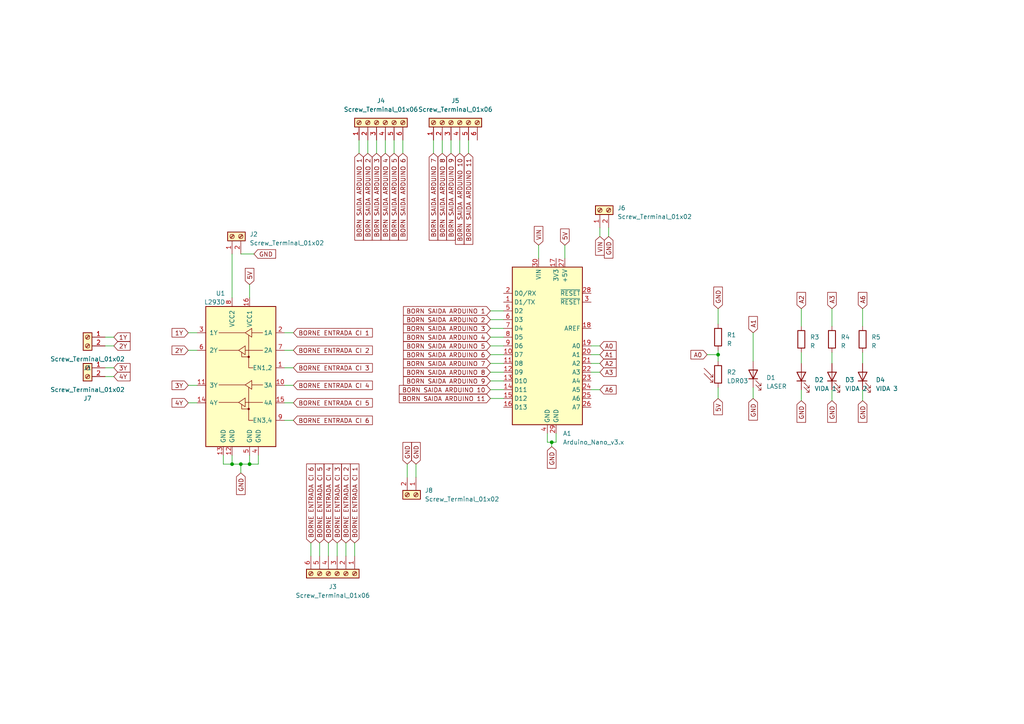
<source format=kicad_sch>
(kicad_sch
	(version 20231120)
	(generator "eeschema")
	(generator_version "8.0")
	(uuid "f48b3c7a-e13d-4cbd-8ca5-2d19f17f40c8")
	(paper "A4")
	(lib_symbols
		(symbol "Connector:Screw_Terminal_01x02"
			(pin_names
				(offset 1.016) hide)
			(exclude_from_sim no)
			(in_bom yes)
			(on_board yes)
			(property "Reference" "J"
				(at 0 2.54 0)
				(effects
					(font
						(size 1.27 1.27)
					)
				)
			)
			(property "Value" "Screw_Terminal_01x02"
				(at 0 -5.08 0)
				(effects
					(font
						(size 1.27 1.27)
					)
				)
			)
			(property "Footprint" ""
				(at 0 0 0)
				(effects
					(font
						(size 1.27 1.27)
					)
					(hide yes)
				)
			)
			(property "Datasheet" "~"
				(at 0 0 0)
				(effects
					(font
						(size 1.27 1.27)
					)
					(hide yes)
				)
			)
			(property "Description" "Generic screw terminal, single row, 01x02, script generated (kicad-library-utils/schlib/autogen/connector/)"
				(at 0 0 0)
				(effects
					(font
						(size 1.27 1.27)
					)
					(hide yes)
				)
			)
			(property "ki_keywords" "screw terminal"
				(at 0 0 0)
				(effects
					(font
						(size 1.27 1.27)
					)
					(hide yes)
				)
			)
			(property "ki_fp_filters" "TerminalBlock*:*"
				(at 0 0 0)
				(effects
					(font
						(size 1.27 1.27)
					)
					(hide yes)
				)
			)
			(symbol "Screw_Terminal_01x02_1_1"
				(rectangle
					(start -1.27 1.27)
					(end 1.27 -3.81)
					(stroke
						(width 0.254)
						(type default)
					)
					(fill
						(type background)
					)
				)
				(circle
					(center 0 -2.54)
					(radius 0.635)
					(stroke
						(width 0.1524)
						(type default)
					)
					(fill
						(type none)
					)
				)
				(polyline
					(pts
						(xy -0.5334 -2.2098) (xy 0.3302 -3.048)
					)
					(stroke
						(width 0.1524)
						(type default)
					)
					(fill
						(type none)
					)
				)
				(polyline
					(pts
						(xy -0.5334 0.3302) (xy 0.3302 -0.508)
					)
					(stroke
						(width 0.1524)
						(type default)
					)
					(fill
						(type none)
					)
				)
				(polyline
					(pts
						(xy -0.3556 -2.032) (xy 0.508 -2.8702)
					)
					(stroke
						(width 0.1524)
						(type default)
					)
					(fill
						(type none)
					)
				)
				(polyline
					(pts
						(xy -0.3556 0.508) (xy 0.508 -0.3302)
					)
					(stroke
						(width 0.1524)
						(type default)
					)
					(fill
						(type none)
					)
				)
				(circle
					(center 0 0)
					(radius 0.635)
					(stroke
						(width 0.1524)
						(type default)
					)
					(fill
						(type none)
					)
				)
				(pin passive line
					(at -5.08 0 0)
					(length 3.81)
					(name "Pin_1"
						(effects
							(font
								(size 1.27 1.27)
							)
						)
					)
					(number "1"
						(effects
							(font
								(size 1.27 1.27)
							)
						)
					)
				)
				(pin passive line
					(at -5.08 -2.54 0)
					(length 3.81)
					(name "Pin_2"
						(effects
							(font
								(size 1.27 1.27)
							)
						)
					)
					(number "2"
						(effects
							(font
								(size 1.27 1.27)
							)
						)
					)
				)
			)
		)
		(symbol "Connector:Screw_Terminal_01x06"
			(pin_names
				(offset 1.016) hide)
			(exclude_from_sim no)
			(in_bom yes)
			(on_board yes)
			(property "Reference" "J"
				(at 0 7.62 0)
				(effects
					(font
						(size 1.27 1.27)
					)
				)
			)
			(property "Value" "Screw_Terminal_01x06"
				(at 0 -10.16 0)
				(effects
					(font
						(size 1.27 1.27)
					)
				)
			)
			(property "Footprint" ""
				(at 0 0 0)
				(effects
					(font
						(size 1.27 1.27)
					)
					(hide yes)
				)
			)
			(property "Datasheet" "~"
				(at 0 0 0)
				(effects
					(font
						(size 1.27 1.27)
					)
					(hide yes)
				)
			)
			(property "Description" "Generic screw terminal, single row, 01x06, script generated (kicad-library-utils/schlib/autogen/connector/)"
				(at 0 0 0)
				(effects
					(font
						(size 1.27 1.27)
					)
					(hide yes)
				)
			)
			(property "ki_keywords" "screw terminal"
				(at 0 0 0)
				(effects
					(font
						(size 1.27 1.27)
					)
					(hide yes)
				)
			)
			(property "ki_fp_filters" "TerminalBlock*:*"
				(at 0 0 0)
				(effects
					(font
						(size 1.27 1.27)
					)
					(hide yes)
				)
			)
			(symbol "Screw_Terminal_01x06_1_1"
				(rectangle
					(start -1.27 6.35)
					(end 1.27 -8.89)
					(stroke
						(width 0.254)
						(type default)
					)
					(fill
						(type background)
					)
				)
				(circle
					(center 0 -7.62)
					(radius 0.635)
					(stroke
						(width 0.1524)
						(type default)
					)
					(fill
						(type none)
					)
				)
				(circle
					(center 0 -5.08)
					(radius 0.635)
					(stroke
						(width 0.1524)
						(type default)
					)
					(fill
						(type none)
					)
				)
				(circle
					(center 0 -2.54)
					(radius 0.635)
					(stroke
						(width 0.1524)
						(type default)
					)
					(fill
						(type none)
					)
				)
				(polyline
					(pts
						(xy -0.5334 -7.2898) (xy 0.3302 -8.128)
					)
					(stroke
						(width 0.1524)
						(type default)
					)
					(fill
						(type none)
					)
				)
				(polyline
					(pts
						(xy -0.5334 -4.7498) (xy 0.3302 -5.588)
					)
					(stroke
						(width 0.1524)
						(type default)
					)
					(fill
						(type none)
					)
				)
				(polyline
					(pts
						(xy -0.5334 -2.2098) (xy 0.3302 -3.048)
					)
					(stroke
						(width 0.1524)
						(type default)
					)
					(fill
						(type none)
					)
				)
				(polyline
					(pts
						(xy -0.5334 0.3302) (xy 0.3302 -0.508)
					)
					(stroke
						(width 0.1524)
						(type default)
					)
					(fill
						(type none)
					)
				)
				(polyline
					(pts
						(xy -0.5334 2.8702) (xy 0.3302 2.032)
					)
					(stroke
						(width 0.1524)
						(type default)
					)
					(fill
						(type none)
					)
				)
				(polyline
					(pts
						(xy -0.5334 5.4102) (xy 0.3302 4.572)
					)
					(stroke
						(width 0.1524)
						(type default)
					)
					(fill
						(type none)
					)
				)
				(polyline
					(pts
						(xy -0.3556 -7.112) (xy 0.508 -7.9502)
					)
					(stroke
						(width 0.1524)
						(type default)
					)
					(fill
						(type none)
					)
				)
				(polyline
					(pts
						(xy -0.3556 -4.572) (xy 0.508 -5.4102)
					)
					(stroke
						(width 0.1524)
						(type default)
					)
					(fill
						(type none)
					)
				)
				(polyline
					(pts
						(xy -0.3556 -2.032) (xy 0.508 -2.8702)
					)
					(stroke
						(width 0.1524)
						(type default)
					)
					(fill
						(type none)
					)
				)
				(polyline
					(pts
						(xy -0.3556 0.508) (xy 0.508 -0.3302)
					)
					(stroke
						(width 0.1524)
						(type default)
					)
					(fill
						(type none)
					)
				)
				(polyline
					(pts
						(xy -0.3556 3.048) (xy 0.508 2.2098)
					)
					(stroke
						(width 0.1524)
						(type default)
					)
					(fill
						(type none)
					)
				)
				(polyline
					(pts
						(xy -0.3556 5.588) (xy 0.508 4.7498)
					)
					(stroke
						(width 0.1524)
						(type default)
					)
					(fill
						(type none)
					)
				)
				(circle
					(center 0 0)
					(radius 0.635)
					(stroke
						(width 0.1524)
						(type default)
					)
					(fill
						(type none)
					)
				)
				(circle
					(center 0 2.54)
					(radius 0.635)
					(stroke
						(width 0.1524)
						(type default)
					)
					(fill
						(type none)
					)
				)
				(circle
					(center 0 5.08)
					(radius 0.635)
					(stroke
						(width 0.1524)
						(type default)
					)
					(fill
						(type none)
					)
				)
				(pin passive line
					(at -5.08 5.08 0)
					(length 3.81)
					(name "Pin_1"
						(effects
							(font
								(size 1.27 1.27)
							)
						)
					)
					(number "1"
						(effects
							(font
								(size 1.27 1.27)
							)
						)
					)
				)
				(pin passive line
					(at -5.08 2.54 0)
					(length 3.81)
					(name "Pin_2"
						(effects
							(font
								(size 1.27 1.27)
							)
						)
					)
					(number "2"
						(effects
							(font
								(size 1.27 1.27)
							)
						)
					)
				)
				(pin passive line
					(at -5.08 0 0)
					(length 3.81)
					(name "Pin_3"
						(effects
							(font
								(size 1.27 1.27)
							)
						)
					)
					(number "3"
						(effects
							(font
								(size 1.27 1.27)
							)
						)
					)
				)
				(pin passive line
					(at -5.08 -2.54 0)
					(length 3.81)
					(name "Pin_4"
						(effects
							(font
								(size 1.27 1.27)
							)
						)
					)
					(number "4"
						(effects
							(font
								(size 1.27 1.27)
							)
						)
					)
				)
				(pin passive line
					(at -5.08 -5.08 0)
					(length 3.81)
					(name "Pin_5"
						(effects
							(font
								(size 1.27 1.27)
							)
						)
					)
					(number "5"
						(effects
							(font
								(size 1.27 1.27)
							)
						)
					)
				)
				(pin passive line
					(at -5.08 -7.62 0)
					(length 3.81)
					(name "Pin_6"
						(effects
							(font
								(size 1.27 1.27)
							)
						)
					)
					(number "6"
						(effects
							(font
								(size 1.27 1.27)
							)
						)
					)
				)
			)
		)
		(symbol "Device:LED"
			(pin_numbers hide)
			(pin_names
				(offset 1.016) hide)
			(exclude_from_sim no)
			(in_bom yes)
			(on_board yes)
			(property "Reference" "D"
				(at 0 2.54 0)
				(effects
					(font
						(size 1.27 1.27)
					)
				)
			)
			(property "Value" "LED"
				(at 0 -2.54 0)
				(effects
					(font
						(size 1.27 1.27)
					)
				)
			)
			(property "Footprint" ""
				(at 0 0 0)
				(effects
					(font
						(size 1.27 1.27)
					)
					(hide yes)
				)
			)
			(property "Datasheet" "~"
				(at 0 0 0)
				(effects
					(font
						(size 1.27 1.27)
					)
					(hide yes)
				)
			)
			(property "Description" "Light emitting diode"
				(at 0 0 0)
				(effects
					(font
						(size 1.27 1.27)
					)
					(hide yes)
				)
			)
			(property "ki_keywords" "LED diode"
				(at 0 0 0)
				(effects
					(font
						(size 1.27 1.27)
					)
					(hide yes)
				)
			)
			(property "ki_fp_filters" "LED* LED_SMD:* LED_THT:*"
				(at 0 0 0)
				(effects
					(font
						(size 1.27 1.27)
					)
					(hide yes)
				)
			)
			(symbol "LED_0_1"
				(polyline
					(pts
						(xy -1.27 -1.27) (xy -1.27 1.27)
					)
					(stroke
						(width 0.254)
						(type default)
					)
					(fill
						(type none)
					)
				)
				(polyline
					(pts
						(xy -1.27 0) (xy 1.27 0)
					)
					(stroke
						(width 0)
						(type default)
					)
					(fill
						(type none)
					)
				)
				(polyline
					(pts
						(xy 1.27 -1.27) (xy 1.27 1.27) (xy -1.27 0) (xy 1.27 -1.27)
					)
					(stroke
						(width 0.254)
						(type default)
					)
					(fill
						(type none)
					)
				)
				(polyline
					(pts
						(xy -3.048 -0.762) (xy -4.572 -2.286) (xy -3.81 -2.286) (xy -4.572 -2.286) (xy -4.572 -1.524)
					)
					(stroke
						(width 0)
						(type default)
					)
					(fill
						(type none)
					)
				)
				(polyline
					(pts
						(xy -1.778 -0.762) (xy -3.302 -2.286) (xy -2.54 -2.286) (xy -3.302 -2.286) (xy -3.302 -1.524)
					)
					(stroke
						(width 0)
						(type default)
					)
					(fill
						(type none)
					)
				)
			)
			(symbol "LED_1_1"
				(pin passive line
					(at -3.81 0 0)
					(length 2.54)
					(name "K"
						(effects
							(font
								(size 1.27 1.27)
							)
						)
					)
					(number "1"
						(effects
							(font
								(size 1.27 1.27)
							)
						)
					)
				)
				(pin passive line
					(at 3.81 0 180)
					(length 2.54)
					(name "A"
						(effects
							(font
								(size 1.27 1.27)
							)
						)
					)
					(number "2"
						(effects
							(font
								(size 1.27 1.27)
							)
						)
					)
				)
			)
		)
		(symbol "Device:R"
			(pin_numbers hide)
			(pin_names
				(offset 0)
			)
			(exclude_from_sim no)
			(in_bom yes)
			(on_board yes)
			(property "Reference" "R"
				(at 2.032 0 90)
				(effects
					(font
						(size 1.27 1.27)
					)
				)
			)
			(property "Value" "R"
				(at 0 0 90)
				(effects
					(font
						(size 1.27 1.27)
					)
				)
			)
			(property "Footprint" ""
				(at -1.778 0 90)
				(effects
					(font
						(size 1.27 1.27)
					)
					(hide yes)
				)
			)
			(property "Datasheet" "~"
				(at 0 0 0)
				(effects
					(font
						(size 1.27 1.27)
					)
					(hide yes)
				)
			)
			(property "Description" "Resistor"
				(at 0 0 0)
				(effects
					(font
						(size 1.27 1.27)
					)
					(hide yes)
				)
			)
			(property "ki_keywords" "R res resistor"
				(at 0 0 0)
				(effects
					(font
						(size 1.27 1.27)
					)
					(hide yes)
				)
			)
			(property "ki_fp_filters" "R_*"
				(at 0 0 0)
				(effects
					(font
						(size 1.27 1.27)
					)
					(hide yes)
				)
			)
			(symbol "R_0_1"
				(rectangle
					(start -1.016 -2.54)
					(end 1.016 2.54)
					(stroke
						(width 0.254)
						(type default)
					)
					(fill
						(type none)
					)
				)
			)
			(symbol "R_1_1"
				(pin passive line
					(at 0 3.81 270)
					(length 1.27)
					(name "~"
						(effects
							(font
								(size 1.27 1.27)
							)
						)
					)
					(number "1"
						(effects
							(font
								(size 1.27 1.27)
							)
						)
					)
				)
				(pin passive line
					(at 0 -3.81 90)
					(length 1.27)
					(name "~"
						(effects
							(font
								(size 1.27 1.27)
							)
						)
					)
					(number "2"
						(effects
							(font
								(size 1.27 1.27)
							)
						)
					)
				)
			)
		)
		(symbol "Driver_Motor:L293D"
			(pin_names
				(offset 1.016)
			)
			(exclude_from_sim no)
			(in_bom yes)
			(on_board yes)
			(property "Reference" "U"
				(at -5.08 26.035 0)
				(effects
					(font
						(size 1.27 1.27)
					)
					(justify right)
				)
			)
			(property "Value" "L293D"
				(at -5.08 24.13 0)
				(effects
					(font
						(size 1.27 1.27)
					)
					(justify right)
				)
			)
			(property "Footprint" "Package_DIP:DIP-16_W7.62mm"
				(at 6.35 -19.05 0)
				(effects
					(font
						(size 1.27 1.27)
					)
					(justify left)
					(hide yes)
				)
			)
			(property "Datasheet" "http://www.ti.com/lit/ds/symlink/l293.pdf"
				(at -7.62 17.78 0)
				(effects
					(font
						(size 1.27 1.27)
					)
					(hide yes)
				)
			)
			(property "Description" "Quadruple Half-H Drivers"
				(at 0 0 0)
				(effects
					(font
						(size 1.27 1.27)
					)
					(hide yes)
				)
			)
			(property "ki_keywords" "Half-H Driver Motor"
				(at 0 0 0)
				(effects
					(font
						(size 1.27 1.27)
					)
					(hide yes)
				)
			)
			(property "ki_fp_filters" "DIP*W7.62mm*"
				(at 0 0 0)
				(effects
					(font
						(size 1.27 1.27)
					)
					(hide yes)
				)
			)
			(symbol "L293D_0_1"
				(rectangle
					(start -10.16 22.86)
					(end 10.16 -17.78)
					(stroke
						(width 0.254)
						(type default)
					)
					(fill
						(type background)
					)
				)
				(circle
					(center -2.286 -6.858)
					(radius 0.254)
					(stroke
						(width 0)
						(type default)
					)
					(fill
						(type outline)
					)
				)
				(circle
					(center -2.286 8.255)
					(radius 0.254)
					(stroke
						(width 0)
						(type default)
					)
					(fill
						(type outline)
					)
				)
				(polyline
					(pts
						(xy -6.35 -4.953) (xy -1.27 -4.953)
					)
					(stroke
						(width 0)
						(type default)
					)
					(fill
						(type none)
					)
				)
				(polyline
					(pts
						(xy -6.35 0.127) (xy -3.175 0.127)
					)
					(stroke
						(width 0)
						(type default)
					)
					(fill
						(type none)
					)
				)
				(polyline
					(pts
						(xy -6.35 10.16) (xy -1.27 10.16)
					)
					(stroke
						(width 0)
						(type default)
					)
					(fill
						(type none)
					)
				)
				(polyline
					(pts
						(xy -6.35 15.24) (xy -3.175 15.24)
					)
					(stroke
						(width 0)
						(type default)
					)
					(fill
						(type none)
					)
				)
				(polyline
					(pts
						(xy -1.27 0.127) (xy 6.35 0.127)
					)
					(stroke
						(width 0)
						(type default)
					)
					(fill
						(type none)
					)
				)
				(polyline
					(pts
						(xy -1.27 15.24) (xy 6.35 15.24)
					)
					(stroke
						(width 0)
						(type default)
					)
					(fill
						(type none)
					)
				)
				(polyline
					(pts
						(xy 0.635 -4.953) (xy 6.35 -4.953)
					)
					(stroke
						(width 0)
						(type default)
					)
					(fill
						(type none)
					)
				)
				(polyline
					(pts
						(xy 0.635 10.16) (xy 6.35 10.16)
					)
					(stroke
						(width 0)
						(type default)
					)
					(fill
						(type none)
					)
				)
				(polyline
					(pts
						(xy -2.286 -6.858) (xy -0.254 -6.858) (xy -0.254 -5.588)
					)
					(stroke
						(width 0)
						(type default)
					)
					(fill
						(type none)
					)
				)
				(polyline
					(pts
						(xy -2.286 -0.635) (xy -2.286 -10.16) (xy -3.556 -10.16)
					)
					(stroke
						(width 0)
						(type default)
					)
					(fill
						(type none)
					)
				)
				(polyline
					(pts
						(xy -2.286 8.255) (xy -0.254 8.255) (xy -0.254 9.525)
					)
					(stroke
						(width 0)
						(type default)
					)
					(fill
						(type none)
					)
				)
				(polyline
					(pts
						(xy -2.286 14.478) (xy -2.286 5.08) (xy -3.556 5.08)
					)
					(stroke
						(width 0)
						(type default)
					)
					(fill
						(type none)
					)
				)
				(polyline
					(pts
						(xy -3.175 1.397) (xy -3.175 -1.143) (xy -1.27 0.127) (xy -3.175 1.397)
					)
					(stroke
						(width 0)
						(type default)
					)
					(fill
						(type none)
					)
				)
				(polyline
					(pts
						(xy -3.175 16.51) (xy -3.175 13.97) (xy -1.27 15.24) (xy -3.175 16.51)
					)
					(stroke
						(width 0)
						(type default)
					)
					(fill
						(type none)
					)
				)
				(polyline
					(pts
						(xy -1.27 -3.683) (xy -1.27 -6.223) (xy 0.635 -4.953) (xy -1.27 -3.683)
					)
					(stroke
						(width 0)
						(type default)
					)
					(fill
						(type none)
					)
				)
				(polyline
					(pts
						(xy -1.27 11.43) (xy -1.27 8.89) (xy 0.635 10.16) (xy -1.27 11.43)
					)
					(stroke
						(width 0)
						(type default)
					)
					(fill
						(type none)
					)
				)
			)
			(symbol "L293D_1_1"
				(pin input line
					(at -12.7 5.08 0)
					(length 2.54)
					(name "EN1,2"
						(effects
							(font
								(size 1.27 1.27)
							)
						)
					)
					(number "1"
						(effects
							(font
								(size 1.27 1.27)
							)
						)
					)
				)
				(pin input line
					(at -12.7 0 0)
					(length 2.54)
					(name "3A"
						(effects
							(font
								(size 1.27 1.27)
							)
						)
					)
					(number "10"
						(effects
							(font
								(size 1.27 1.27)
							)
						)
					)
				)
				(pin output line
					(at 12.7 0 180)
					(length 2.54)
					(name "3Y"
						(effects
							(font
								(size 1.27 1.27)
							)
						)
					)
					(number "11"
						(effects
							(font
								(size 1.27 1.27)
							)
						)
					)
				)
				(pin power_in line
					(at 2.54 -20.32 90)
					(length 2.54)
					(name "GND"
						(effects
							(font
								(size 1.27 1.27)
							)
						)
					)
					(number "12"
						(effects
							(font
								(size 1.27 1.27)
							)
						)
					)
				)
				(pin power_in line
					(at 5.08 -20.32 90)
					(length 2.54)
					(name "GND"
						(effects
							(font
								(size 1.27 1.27)
							)
						)
					)
					(number "13"
						(effects
							(font
								(size 1.27 1.27)
							)
						)
					)
				)
				(pin output line
					(at 12.7 -5.08 180)
					(length 2.54)
					(name "4Y"
						(effects
							(font
								(size 1.27 1.27)
							)
						)
					)
					(number "14"
						(effects
							(font
								(size 1.27 1.27)
							)
						)
					)
				)
				(pin input line
					(at -12.7 -5.08 0)
					(length 2.54)
					(name "4A"
						(effects
							(font
								(size 1.27 1.27)
							)
						)
					)
					(number "15"
						(effects
							(font
								(size 1.27 1.27)
							)
						)
					)
				)
				(pin power_in line
					(at -2.54 25.4 270)
					(length 2.54)
					(name "VCC1"
						(effects
							(font
								(size 1.27 1.27)
							)
						)
					)
					(number "16"
						(effects
							(font
								(size 1.27 1.27)
							)
						)
					)
				)
				(pin input line
					(at -12.7 15.24 0)
					(length 2.54)
					(name "1A"
						(effects
							(font
								(size 1.27 1.27)
							)
						)
					)
					(number "2"
						(effects
							(font
								(size 1.27 1.27)
							)
						)
					)
				)
				(pin output line
					(at 12.7 15.24 180)
					(length 2.54)
					(name "1Y"
						(effects
							(font
								(size 1.27 1.27)
							)
						)
					)
					(number "3"
						(effects
							(font
								(size 1.27 1.27)
							)
						)
					)
				)
				(pin power_in line
					(at -5.08 -20.32 90)
					(length 2.54)
					(name "GND"
						(effects
							(font
								(size 1.27 1.27)
							)
						)
					)
					(number "4"
						(effects
							(font
								(size 1.27 1.27)
							)
						)
					)
				)
				(pin power_in line
					(at -2.54 -20.32 90)
					(length 2.54)
					(name "GND"
						(effects
							(font
								(size 1.27 1.27)
							)
						)
					)
					(number "5"
						(effects
							(font
								(size 1.27 1.27)
							)
						)
					)
				)
				(pin output line
					(at 12.7 10.16 180)
					(length 2.54)
					(name "2Y"
						(effects
							(font
								(size 1.27 1.27)
							)
						)
					)
					(number "6"
						(effects
							(font
								(size 1.27 1.27)
							)
						)
					)
				)
				(pin input line
					(at -12.7 10.16 0)
					(length 2.54)
					(name "2A"
						(effects
							(font
								(size 1.27 1.27)
							)
						)
					)
					(number "7"
						(effects
							(font
								(size 1.27 1.27)
							)
						)
					)
				)
				(pin power_in line
					(at 2.54 25.4 270)
					(length 2.54)
					(name "VCC2"
						(effects
							(font
								(size 1.27 1.27)
							)
						)
					)
					(number "8"
						(effects
							(font
								(size 1.27 1.27)
							)
						)
					)
				)
				(pin input line
					(at -12.7 -10.16 0)
					(length 2.54)
					(name "EN3,4"
						(effects
							(font
								(size 1.27 1.27)
							)
						)
					)
					(number "9"
						(effects
							(font
								(size 1.27 1.27)
							)
						)
					)
				)
			)
		)
		(symbol "MCU_Module:Arduino_Nano_v3.x"
			(exclude_from_sim no)
			(in_bom yes)
			(on_board yes)
			(property "Reference" "A"
				(at -10.16 23.495 0)
				(effects
					(font
						(size 1.27 1.27)
					)
					(justify left bottom)
				)
			)
			(property "Value" "Arduino_Nano_v3.x"
				(at 5.08 -24.13 0)
				(effects
					(font
						(size 1.27 1.27)
					)
					(justify left top)
				)
			)
			(property "Footprint" "Module:Arduino_Nano"
				(at 0 0 0)
				(effects
					(font
						(size 1.27 1.27)
						(italic yes)
					)
					(hide yes)
				)
			)
			(property "Datasheet" "http://www.mouser.com/pdfdocs/Gravitech_Arduino_Nano3_0.pdf"
				(at 0 0 0)
				(effects
					(font
						(size 1.27 1.27)
					)
					(hide yes)
				)
			)
			(property "Description" "Arduino Nano v3.x"
				(at 0 0 0)
				(effects
					(font
						(size 1.27 1.27)
					)
					(hide yes)
				)
			)
			(property "ki_keywords" "Arduino nano microcontroller module USB"
				(at 0 0 0)
				(effects
					(font
						(size 1.27 1.27)
					)
					(hide yes)
				)
			)
			(property "ki_fp_filters" "Arduino*Nano*"
				(at 0 0 0)
				(effects
					(font
						(size 1.27 1.27)
					)
					(hide yes)
				)
			)
			(symbol "Arduino_Nano_v3.x_0_1"
				(rectangle
					(start -10.16 22.86)
					(end 10.16 -22.86)
					(stroke
						(width 0.254)
						(type default)
					)
					(fill
						(type background)
					)
				)
			)
			(symbol "Arduino_Nano_v3.x_1_1"
				(pin bidirectional line
					(at -12.7 12.7 0)
					(length 2.54)
					(name "D1/TX"
						(effects
							(font
								(size 1.27 1.27)
							)
						)
					)
					(number "1"
						(effects
							(font
								(size 1.27 1.27)
							)
						)
					)
				)
				(pin bidirectional line
					(at -12.7 -2.54 0)
					(length 2.54)
					(name "D7"
						(effects
							(font
								(size 1.27 1.27)
							)
						)
					)
					(number "10"
						(effects
							(font
								(size 1.27 1.27)
							)
						)
					)
				)
				(pin bidirectional line
					(at -12.7 -5.08 0)
					(length 2.54)
					(name "D8"
						(effects
							(font
								(size 1.27 1.27)
							)
						)
					)
					(number "11"
						(effects
							(font
								(size 1.27 1.27)
							)
						)
					)
				)
				(pin bidirectional line
					(at -12.7 -7.62 0)
					(length 2.54)
					(name "D9"
						(effects
							(font
								(size 1.27 1.27)
							)
						)
					)
					(number "12"
						(effects
							(font
								(size 1.27 1.27)
							)
						)
					)
				)
				(pin bidirectional line
					(at -12.7 -10.16 0)
					(length 2.54)
					(name "D10"
						(effects
							(font
								(size 1.27 1.27)
							)
						)
					)
					(number "13"
						(effects
							(font
								(size 1.27 1.27)
							)
						)
					)
				)
				(pin bidirectional line
					(at -12.7 -12.7 0)
					(length 2.54)
					(name "D11"
						(effects
							(font
								(size 1.27 1.27)
							)
						)
					)
					(number "14"
						(effects
							(font
								(size 1.27 1.27)
							)
						)
					)
				)
				(pin bidirectional line
					(at -12.7 -15.24 0)
					(length 2.54)
					(name "D12"
						(effects
							(font
								(size 1.27 1.27)
							)
						)
					)
					(number "15"
						(effects
							(font
								(size 1.27 1.27)
							)
						)
					)
				)
				(pin bidirectional line
					(at -12.7 -17.78 0)
					(length 2.54)
					(name "D13"
						(effects
							(font
								(size 1.27 1.27)
							)
						)
					)
					(number "16"
						(effects
							(font
								(size 1.27 1.27)
							)
						)
					)
				)
				(pin power_out line
					(at 2.54 25.4 270)
					(length 2.54)
					(name "3V3"
						(effects
							(font
								(size 1.27 1.27)
							)
						)
					)
					(number "17"
						(effects
							(font
								(size 1.27 1.27)
							)
						)
					)
				)
				(pin input line
					(at 12.7 5.08 180)
					(length 2.54)
					(name "AREF"
						(effects
							(font
								(size 1.27 1.27)
							)
						)
					)
					(number "18"
						(effects
							(font
								(size 1.27 1.27)
							)
						)
					)
				)
				(pin bidirectional line
					(at 12.7 0 180)
					(length 2.54)
					(name "A0"
						(effects
							(font
								(size 1.27 1.27)
							)
						)
					)
					(number "19"
						(effects
							(font
								(size 1.27 1.27)
							)
						)
					)
				)
				(pin bidirectional line
					(at -12.7 15.24 0)
					(length 2.54)
					(name "D0/RX"
						(effects
							(font
								(size 1.27 1.27)
							)
						)
					)
					(number "2"
						(effects
							(font
								(size 1.27 1.27)
							)
						)
					)
				)
				(pin bidirectional line
					(at 12.7 -2.54 180)
					(length 2.54)
					(name "A1"
						(effects
							(font
								(size 1.27 1.27)
							)
						)
					)
					(number "20"
						(effects
							(font
								(size 1.27 1.27)
							)
						)
					)
				)
				(pin bidirectional line
					(at 12.7 -5.08 180)
					(length 2.54)
					(name "A2"
						(effects
							(font
								(size 1.27 1.27)
							)
						)
					)
					(number "21"
						(effects
							(font
								(size 1.27 1.27)
							)
						)
					)
				)
				(pin bidirectional line
					(at 12.7 -7.62 180)
					(length 2.54)
					(name "A3"
						(effects
							(font
								(size 1.27 1.27)
							)
						)
					)
					(number "22"
						(effects
							(font
								(size 1.27 1.27)
							)
						)
					)
				)
				(pin bidirectional line
					(at 12.7 -10.16 180)
					(length 2.54)
					(name "A4"
						(effects
							(font
								(size 1.27 1.27)
							)
						)
					)
					(number "23"
						(effects
							(font
								(size 1.27 1.27)
							)
						)
					)
				)
				(pin bidirectional line
					(at 12.7 -12.7 180)
					(length 2.54)
					(name "A5"
						(effects
							(font
								(size 1.27 1.27)
							)
						)
					)
					(number "24"
						(effects
							(font
								(size 1.27 1.27)
							)
						)
					)
				)
				(pin bidirectional line
					(at 12.7 -15.24 180)
					(length 2.54)
					(name "A6"
						(effects
							(font
								(size 1.27 1.27)
							)
						)
					)
					(number "25"
						(effects
							(font
								(size 1.27 1.27)
							)
						)
					)
				)
				(pin bidirectional line
					(at 12.7 -17.78 180)
					(length 2.54)
					(name "A7"
						(effects
							(font
								(size 1.27 1.27)
							)
						)
					)
					(number "26"
						(effects
							(font
								(size 1.27 1.27)
							)
						)
					)
				)
				(pin power_out line
					(at 5.08 25.4 270)
					(length 2.54)
					(name "+5V"
						(effects
							(font
								(size 1.27 1.27)
							)
						)
					)
					(number "27"
						(effects
							(font
								(size 1.27 1.27)
							)
						)
					)
				)
				(pin input line
					(at 12.7 15.24 180)
					(length 2.54)
					(name "~{RESET}"
						(effects
							(font
								(size 1.27 1.27)
							)
						)
					)
					(number "28"
						(effects
							(font
								(size 1.27 1.27)
							)
						)
					)
				)
				(pin power_in line
					(at 2.54 -25.4 90)
					(length 2.54)
					(name "GND"
						(effects
							(font
								(size 1.27 1.27)
							)
						)
					)
					(number "29"
						(effects
							(font
								(size 1.27 1.27)
							)
						)
					)
				)
				(pin input line
					(at 12.7 12.7 180)
					(length 2.54)
					(name "~{RESET}"
						(effects
							(font
								(size 1.27 1.27)
							)
						)
					)
					(number "3"
						(effects
							(font
								(size 1.27 1.27)
							)
						)
					)
				)
				(pin power_in line
					(at -2.54 25.4 270)
					(length 2.54)
					(name "VIN"
						(effects
							(font
								(size 1.27 1.27)
							)
						)
					)
					(number "30"
						(effects
							(font
								(size 1.27 1.27)
							)
						)
					)
				)
				(pin power_in line
					(at 0 -25.4 90)
					(length 2.54)
					(name "GND"
						(effects
							(font
								(size 1.27 1.27)
							)
						)
					)
					(number "4"
						(effects
							(font
								(size 1.27 1.27)
							)
						)
					)
				)
				(pin bidirectional line
					(at -12.7 10.16 0)
					(length 2.54)
					(name "D2"
						(effects
							(font
								(size 1.27 1.27)
							)
						)
					)
					(number "5"
						(effects
							(font
								(size 1.27 1.27)
							)
						)
					)
				)
				(pin bidirectional line
					(at -12.7 7.62 0)
					(length 2.54)
					(name "D3"
						(effects
							(font
								(size 1.27 1.27)
							)
						)
					)
					(number "6"
						(effects
							(font
								(size 1.27 1.27)
							)
						)
					)
				)
				(pin bidirectional line
					(at -12.7 5.08 0)
					(length 2.54)
					(name "D4"
						(effects
							(font
								(size 1.27 1.27)
							)
						)
					)
					(number "7"
						(effects
							(font
								(size 1.27 1.27)
							)
						)
					)
				)
				(pin bidirectional line
					(at -12.7 2.54 0)
					(length 2.54)
					(name "D5"
						(effects
							(font
								(size 1.27 1.27)
							)
						)
					)
					(number "8"
						(effects
							(font
								(size 1.27 1.27)
							)
						)
					)
				)
				(pin bidirectional line
					(at -12.7 0 0)
					(length 2.54)
					(name "D6"
						(effects
							(font
								(size 1.27 1.27)
							)
						)
					)
					(number "9"
						(effects
							(font
								(size 1.27 1.27)
							)
						)
					)
				)
			)
		)
		(symbol "Sensor_Optical:LDR03"
			(pin_numbers hide)
			(pin_names
				(offset 0)
			)
			(exclude_from_sim no)
			(in_bom yes)
			(on_board yes)
			(property "Reference" "R"
				(at -5.08 0 90)
				(effects
					(font
						(size 1.27 1.27)
					)
				)
			)
			(property "Value" "LDR03"
				(at 1.905 0 90)
				(effects
					(font
						(size 1.27 1.27)
					)
					(justify top)
				)
			)
			(property "Footprint" "OptoDevice:R_LDR_10x8.5mm_P7.6mm_Vertical"
				(at 4.445 0 90)
				(effects
					(font
						(size 1.27 1.27)
					)
					(hide yes)
				)
			)
			(property "Datasheet" "http://www.elektronica-componenten.nl/WebRoot/StoreNL/Shops/61422969/54F1/BA0C/C664/31B9/2173/C0A8/2AB9/2AEF/LDR03IMP.pdf"
				(at 0 -1.27 0)
				(effects
					(font
						(size 1.27 1.27)
					)
					(hide yes)
				)
			)
			(property "Description" "light dependent resistor"
				(at 0 0 0)
				(effects
					(font
						(size 1.27 1.27)
					)
					(hide yes)
				)
			)
			(property "ki_keywords" "light dependent photo resistor LDR"
				(at 0 0 0)
				(effects
					(font
						(size 1.27 1.27)
					)
					(hide yes)
				)
			)
			(property "ki_fp_filters" "R*LDR*10x8.5mm*P7.6mm*"
				(at 0 0 0)
				(effects
					(font
						(size 1.27 1.27)
					)
					(hide yes)
				)
			)
			(symbol "LDR03_0_1"
				(rectangle
					(start -1.016 2.54)
					(end 1.016 -2.54)
					(stroke
						(width 0.254)
						(type default)
					)
					(fill
						(type none)
					)
				)
				(polyline
					(pts
						(xy -1.524 -2.286) (xy -4.064 0.254)
					)
					(stroke
						(width 0)
						(type default)
					)
					(fill
						(type none)
					)
				)
				(polyline
					(pts
						(xy -1.524 -2.286) (xy -2.286 -2.286)
					)
					(stroke
						(width 0)
						(type default)
					)
					(fill
						(type none)
					)
				)
				(polyline
					(pts
						(xy -1.524 -2.286) (xy -1.524 -1.524)
					)
					(stroke
						(width 0)
						(type default)
					)
					(fill
						(type none)
					)
				)
				(polyline
					(pts
						(xy -1.524 -0.762) (xy -4.064 1.778)
					)
					(stroke
						(width 0)
						(type default)
					)
					(fill
						(type none)
					)
				)
				(polyline
					(pts
						(xy -1.524 -0.762) (xy -2.286 -0.762)
					)
					(stroke
						(width 0)
						(type default)
					)
					(fill
						(type none)
					)
				)
				(polyline
					(pts
						(xy -1.524 -0.762) (xy -1.524 0)
					)
					(stroke
						(width 0)
						(type default)
					)
					(fill
						(type none)
					)
				)
			)
			(symbol "LDR03_1_1"
				(pin passive line
					(at 0 3.81 270)
					(length 1.27)
					(name "~"
						(effects
							(font
								(size 1.27 1.27)
							)
						)
					)
					(number "1"
						(effects
							(font
								(size 1.27 1.27)
							)
						)
					)
				)
				(pin passive line
					(at 0 -3.81 90)
					(length 1.27)
					(name "~"
						(effects
							(font
								(size 1.27 1.27)
							)
						)
					)
					(number "2"
						(effects
							(font
								(size 1.27 1.27)
							)
						)
					)
				)
			)
		)
	)
	(junction
		(at 160.02 128.27)
		(diameter 0)
		(color 0 0 0 0)
		(uuid "14522ed8-5e09-47a8-a63d-4ca0cfcf28f5")
	)
	(junction
		(at 72.39 134.62)
		(diameter 0)
		(color 0 0 0 0)
		(uuid "14f32abb-1aa3-45fe-aa02-3db2314400c1")
	)
	(junction
		(at 67.31 134.62)
		(diameter 0)
		(color 0 0 0 0)
		(uuid "1c0fadb6-0186-46f5-879a-dc9c6bb9c0e4")
	)
	(junction
		(at 69.85 134.62)
		(diameter 0)
		(color 0 0 0 0)
		(uuid "735c24fe-af91-4813-aaf8-a439d4cdce66")
	)
	(junction
		(at 208.28 102.87)
		(diameter 0)
		(color 0 0 0 0)
		(uuid "e3f7da30-a9cc-46b9-9fa7-bea7ba8bec00")
	)
	(wire
		(pts
			(xy 171.45 113.03) (xy 173.99 113.03)
		)
		(stroke
			(width 0)
			(type default)
		)
		(uuid "046bcaaf-8e84-4ddd-96e7-74a694fd7b62")
	)
	(wire
		(pts
			(xy 208.28 101.6) (xy 208.28 102.87)
		)
		(stroke
			(width 0)
			(type default)
		)
		(uuid "0ae2be09-e05f-4c49-8ef2-a2d43a97424c")
	)
	(wire
		(pts
			(xy 142.24 107.95) (xy 146.05 107.95)
		)
		(stroke
			(width 0)
			(type default)
		)
		(uuid "10d35fe8-0d0b-4114-aca0-81f7f77d538e")
	)
	(wire
		(pts
			(xy 161.29 128.27) (xy 161.29 125.73)
		)
		(stroke
			(width 0)
			(type default)
		)
		(uuid "1198b783-7238-44f5-bbd3-c547b6bbee96")
	)
	(wire
		(pts
			(xy 135.89 40.64) (xy 135.89 44.45)
		)
		(stroke
			(width 0)
			(type default)
		)
		(uuid "1bcaa509-6fe4-4b18-97d9-7fdd73dff27e")
	)
	(wire
		(pts
			(xy 142.24 105.41) (xy 146.05 105.41)
		)
		(stroke
			(width 0)
			(type default)
		)
		(uuid "1cd64cb1-39d5-46b0-8543-d6d5d22fbe16")
	)
	(wire
		(pts
			(xy 171.45 100.33) (xy 173.99 100.33)
		)
		(stroke
			(width 0)
			(type default)
		)
		(uuid "1e7adbba-a246-43b3-abbe-7c926557ae90")
	)
	(wire
		(pts
			(xy 142.24 113.03) (xy 146.05 113.03)
		)
		(stroke
			(width 0)
			(type default)
		)
		(uuid "1ed57c40-c43a-4032-97b9-0169fc3fe499")
	)
	(wire
		(pts
			(xy 133.35 40.64) (xy 133.35 44.45)
		)
		(stroke
			(width 0)
			(type default)
		)
		(uuid "246e9fc7-8f7a-4718-a5ed-0c1af76b76ae")
	)
	(wire
		(pts
			(xy 142.24 97.79) (xy 146.05 97.79)
		)
		(stroke
			(width 0)
			(type default)
		)
		(uuid "24a39d80-6905-4512-86b3-982930d932c3")
	)
	(wire
		(pts
			(xy 54.61 96.52) (xy 57.15 96.52)
		)
		(stroke
			(width 0)
			(type default)
		)
		(uuid "24b37e74-808b-4734-88f2-7a9fd9e5652b")
	)
	(wire
		(pts
			(xy 67.31 73.66) (xy 67.31 86.36)
		)
		(stroke
			(width 0)
			(type default)
		)
		(uuid "2593cf66-a70e-4c72-a170-c736d011f565")
	)
	(wire
		(pts
			(xy 250.19 113.03) (xy 250.19 116.205)
		)
		(stroke
			(width 0)
			(type default)
		)
		(uuid "26cf81a4-05d9-4043-be89-4456c1692919")
	)
	(wire
		(pts
			(xy 250.19 89.535) (xy 250.19 94.615)
		)
		(stroke
			(width 0)
			(type default)
		)
		(uuid "2846fe9c-102a-4efd-bbb5-49da623bce8f")
	)
	(wire
		(pts
			(xy 142.24 110.49) (xy 146.05 110.49)
		)
		(stroke
			(width 0)
			(type default)
		)
		(uuid "29d1a126-6fc5-4083-97b8-e7c1d75375c2")
	)
	(wire
		(pts
			(xy 232.41 89.535) (xy 232.41 94.615)
		)
		(stroke
			(width 0)
			(type default)
		)
		(uuid "2a6817a2-55e4-4c55-b58e-e764443e2485")
	)
	(wire
		(pts
			(xy 82.55 101.6) (xy 85.09 101.6)
		)
		(stroke
			(width 0)
			(type default)
		)
		(uuid "2b04d158-e7e4-47f0-86c9-a2cf35d0afe0")
	)
	(wire
		(pts
			(xy 171.45 107.95) (xy 173.99 107.95)
		)
		(stroke
			(width 0)
			(type default)
		)
		(uuid "2cdc7f69-de12-4d61-a5ca-413ed2078015")
	)
	(wire
		(pts
			(xy 241.3 102.235) (xy 241.3 105.41)
		)
		(stroke
			(width 0)
			(type default)
		)
		(uuid "309b5072-ffe0-4a7c-80a4-0b88c2b5f352")
	)
	(wire
		(pts
			(xy 97.79 157.48) (xy 97.79 161.29)
		)
		(stroke
			(width 0)
			(type default)
		)
		(uuid "33bc0e39-61e4-4917-9351-dd602de97f0a")
	)
	(wire
		(pts
			(xy 54.61 116.84) (xy 57.15 116.84)
		)
		(stroke
			(width 0)
			(type default)
		)
		(uuid "34dc0ef0-19c7-438c-8c5e-71902af535b2")
	)
	(wire
		(pts
			(xy 205.105 102.87) (xy 208.28 102.87)
		)
		(stroke
			(width 0)
			(type default)
		)
		(uuid "36ca94d0-8b6a-480f-bfaf-e55a6596b346")
	)
	(wire
		(pts
			(xy 72.39 132.08) (xy 72.39 134.62)
		)
		(stroke
			(width 0)
			(type default)
		)
		(uuid "3b36570f-aba3-4250-b6ed-a64cf2398a6c")
	)
	(wire
		(pts
			(xy 95.25 157.48) (xy 95.25 161.29)
		)
		(stroke
			(width 0)
			(type default)
		)
		(uuid "3e690278-fa4e-4d8f-95e9-08593485e450")
	)
	(wire
		(pts
			(xy 116.84 40.64) (xy 116.84 44.45)
		)
		(stroke
			(width 0)
			(type default)
		)
		(uuid "3faefac1-c22a-49b4-aee3-94d2e3d97cfb")
	)
	(wire
		(pts
			(xy 128.27 40.64) (xy 128.27 44.45)
		)
		(stroke
			(width 0)
			(type default)
		)
		(uuid "49eda861-9b8e-4189-8228-2d70fa416fb4")
	)
	(wire
		(pts
			(xy 92.71 157.48) (xy 92.71 161.29)
		)
		(stroke
			(width 0)
			(type default)
		)
		(uuid "4aa50394-20f9-4dae-a8ea-1fc6a41ebcf0")
	)
	(wire
		(pts
			(xy 142.24 115.57) (xy 146.05 115.57)
		)
		(stroke
			(width 0)
			(type default)
		)
		(uuid "5485b5b2-b222-4f0f-a778-6585cb13ba5f")
	)
	(wire
		(pts
			(xy 102.87 157.48) (xy 102.87 161.29)
		)
		(stroke
			(width 0)
			(type default)
		)
		(uuid "55254177-290d-4e55-b770-e8698a154f8b")
	)
	(wire
		(pts
			(xy 64.77 134.62) (xy 67.31 134.62)
		)
		(stroke
			(width 0)
			(type default)
		)
		(uuid "55f505f8-4696-440a-af0e-827d1aa99724")
	)
	(wire
		(pts
			(xy 30.48 100.33) (xy 33.02 100.33)
		)
		(stroke
			(width 0)
			(type default)
		)
		(uuid "5696e393-c37f-4ffe-bd0c-37ac578c62e9")
	)
	(wire
		(pts
			(xy 82.55 121.92) (xy 85.09 121.92)
		)
		(stroke
			(width 0)
			(type default)
		)
		(uuid "576ce46f-4a01-4b9c-b008-4a5dd8d2ed43")
	)
	(wire
		(pts
			(xy 125.73 40.64) (xy 125.73 44.45)
		)
		(stroke
			(width 0)
			(type default)
		)
		(uuid "5d65bc5d-c5bc-4f0e-bb95-e6981eae953d")
	)
	(wire
		(pts
			(xy 109.22 40.64) (xy 109.22 44.45)
		)
		(stroke
			(width 0)
			(type default)
		)
		(uuid "60408888-8a59-45d0-9f80-0f94bdc65d83")
	)
	(wire
		(pts
			(xy 82.55 116.84) (xy 85.09 116.84)
		)
		(stroke
			(width 0)
			(type default)
		)
		(uuid "60abd74f-7e71-4194-8a14-355064c4fc6c")
	)
	(wire
		(pts
			(xy 120.65 134.62) (xy 120.65 138.43)
		)
		(stroke
			(width 0)
			(type default)
		)
		(uuid "624d8325-ff11-4147-8919-3f61f687c48c")
	)
	(wire
		(pts
			(xy 69.85 134.62) (xy 72.39 134.62)
		)
		(stroke
			(width 0)
			(type default)
		)
		(uuid "636fcc49-1e84-47dc-be5d-10a17a0fc54b")
	)
	(wire
		(pts
			(xy 130.81 40.64) (xy 130.81 44.45)
		)
		(stroke
			(width 0)
			(type default)
		)
		(uuid "6568aa0a-a8dd-4dfa-b568-80153f2cbd88")
	)
	(wire
		(pts
			(xy 241.3 89.535) (xy 241.3 94.615)
		)
		(stroke
			(width 0)
			(type default)
		)
		(uuid "66971c11-7182-47c7-9c36-4dec4a02638f")
	)
	(wire
		(pts
			(xy 232.41 113.03) (xy 232.41 116.205)
		)
		(stroke
			(width 0)
			(type default)
		)
		(uuid "678fd27a-3ff7-40f4-8b92-0bf8acccc99f")
	)
	(wire
		(pts
			(xy 208.28 112.395) (xy 208.28 115.57)
		)
		(stroke
			(width 0)
			(type default)
		)
		(uuid "69acec7b-dc41-49cc-9569-79f6d06267be")
	)
	(wire
		(pts
			(xy 54.61 111.76) (xy 57.15 111.76)
		)
		(stroke
			(width 0)
			(type default)
		)
		(uuid "6b929021-9cc8-41a7-9bf3-0fe627f0b06d")
	)
	(wire
		(pts
			(xy 173.99 66.04) (xy 173.99 68.58)
		)
		(stroke
			(width 0)
			(type default)
		)
		(uuid "6df820a2-3a51-41d0-a2bc-9a2a01187f73")
	)
	(wire
		(pts
			(xy 142.24 100.33) (xy 146.05 100.33)
		)
		(stroke
			(width 0)
			(type default)
		)
		(uuid "701afb86-c7e3-4be1-a4a9-53cd5173e562")
	)
	(wire
		(pts
			(xy 82.55 111.76) (xy 85.09 111.76)
		)
		(stroke
			(width 0)
			(type default)
		)
		(uuid "73068f5e-14e3-4816-8761-96913cb89eca")
	)
	(wire
		(pts
			(xy 114.3 40.64) (xy 114.3 44.45)
		)
		(stroke
			(width 0)
			(type default)
		)
		(uuid "7384e724-0b3a-4d41-b5f5-76696a26170f")
	)
	(wire
		(pts
			(xy 142.24 102.87) (xy 146.05 102.87)
		)
		(stroke
			(width 0)
			(type default)
		)
		(uuid "75ecc3b0-09d9-4098-b2e1-7ed61dd52bad")
	)
	(wire
		(pts
			(xy 158.75 125.73) (xy 158.75 128.27)
		)
		(stroke
			(width 0)
			(type default)
		)
		(uuid "77f9c52b-758e-4be4-8f76-2c03ca0cc5e4")
	)
	(wire
		(pts
			(xy 142.24 95.25) (xy 146.05 95.25)
		)
		(stroke
			(width 0)
			(type default)
		)
		(uuid "783f80c9-038a-41fe-b316-867b27da0a78")
	)
	(wire
		(pts
			(xy 142.24 92.71) (xy 146.05 92.71)
		)
		(stroke
			(width 0)
			(type default)
		)
		(uuid "794bc263-8ed9-4588-be22-9d9279b75b45")
	)
	(wire
		(pts
			(xy 208.28 89.535) (xy 208.28 93.98)
		)
		(stroke
			(width 0)
			(type default)
		)
		(uuid "8284e47e-1c98-4e0c-a7ba-365c908b0d05")
	)
	(wire
		(pts
			(xy 67.31 134.62) (xy 69.85 134.62)
		)
		(stroke
			(width 0)
			(type default)
		)
		(uuid "8a89b816-be4d-4b86-8162-b70ba7e4d601")
	)
	(wire
		(pts
			(xy 171.45 105.41) (xy 173.99 105.41)
		)
		(stroke
			(width 0)
			(type default)
		)
		(uuid "92a3ea64-a280-4ec2-8099-e9980d5fec8b")
	)
	(wire
		(pts
			(xy 160.02 128.27) (xy 160.02 129.54)
		)
		(stroke
			(width 0)
			(type default)
		)
		(uuid "93d562a8-6d6d-4485-b464-88a7901aaf6f")
	)
	(wire
		(pts
			(xy 30.48 97.79) (xy 33.02 97.79)
		)
		(stroke
			(width 0)
			(type default)
		)
		(uuid "946a2f49-34f7-4a43-a879-8537d0a796b6")
	)
	(wire
		(pts
			(xy 111.76 40.64) (xy 111.76 44.45)
		)
		(stroke
			(width 0)
			(type default)
		)
		(uuid "a10918bb-e29e-4b58-acd7-3df54c59a901")
	)
	(wire
		(pts
			(xy 241.3 113.03) (xy 241.3 116.205)
		)
		(stroke
			(width 0)
			(type default)
		)
		(uuid "a62fb81c-84e2-47b4-8d99-8904f845a0bc")
	)
	(wire
		(pts
			(xy 72.39 82.55) (xy 72.39 86.36)
		)
		(stroke
			(width 0)
			(type default)
		)
		(uuid "ad5b709d-0ca9-4633-b242-a95ea9f0097a")
	)
	(wire
		(pts
			(xy 54.61 101.6) (xy 57.15 101.6)
		)
		(stroke
			(width 0)
			(type default)
		)
		(uuid "ae280bd6-c617-4717-9b50-8b81ef2b9095")
	)
	(wire
		(pts
			(xy 30.48 106.68) (xy 33.02 106.68)
		)
		(stroke
			(width 0)
			(type default)
		)
		(uuid "b18efa95-9504-4e70-b697-a6d6d00d9aa2")
	)
	(wire
		(pts
			(xy 218.44 96.52) (xy 218.44 104.775)
		)
		(stroke
			(width 0)
			(type default)
		)
		(uuid "b3796eb1-7d6e-4a87-a762-5bdf1ead94ec")
	)
	(wire
		(pts
			(xy 72.39 134.62) (xy 74.93 134.62)
		)
		(stroke
			(width 0)
			(type default)
		)
		(uuid "b8723721-1c7f-40cb-b131-d0a8d0145261")
	)
	(wire
		(pts
			(xy 82.55 106.68) (xy 85.09 106.68)
		)
		(stroke
			(width 0)
			(type default)
		)
		(uuid "bd20372c-ac56-442f-8ea0-7871f28057cd")
	)
	(wire
		(pts
			(xy 232.41 102.235) (xy 232.41 105.41)
		)
		(stroke
			(width 0)
			(type default)
		)
		(uuid "bdb1393d-dcf1-4f7b-89df-1a0c38ec09b7")
	)
	(wire
		(pts
			(xy 30.48 109.22) (xy 33.02 109.22)
		)
		(stroke
			(width 0)
			(type default)
		)
		(uuid "c53e70a6-67ea-4e99-a5d6-f6c79d11539c")
	)
	(wire
		(pts
			(xy 250.19 102.235) (xy 250.19 105.41)
		)
		(stroke
			(width 0)
			(type default)
		)
		(uuid "c62060bd-ad99-4b71-b016-749ed4c0a0fb")
	)
	(wire
		(pts
			(xy 160.02 128.27) (xy 161.29 128.27)
		)
		(stroke
			(width 0)
			(type default)
		)
		(uuid "ce7bab18-0773-4d9f-be61-285fdced6eef")
	)
	(wire
		(pts
			(xy 64.77 132.08) (xy 64.77 134.62)
		)
		(stroke
			(width 0)
			(type default)
		)
		(uuid "d07cbd5d-88ba-4453-a4a2-b9f1877bf74e")
	)
	(wire
		(pts
			(xy 69.85 134.62) (xy 69.85 137.16)
		)
		(stroke
			(width 0)
			(type default)
		)
		(uuid "d396a00c-5d73-4839-b750-9db19d69dc2b")
	)
	(wire
		(pts
			(xy 106.68 40.64) (xy 106.68 44.45)
		)
		(stroke
			(width 0)
			(type default)
		)
		(uuid "d509b997-2ce3-4de4-9ad2-4d88938c320a")
	)
	(wire
		(pts
			(xy 163.83 71.12) (xy 163.83 74.93)
		)
		(stroke
			(width 0)
			(type default)
		)
		(uuid "d52f79dc-3ad3-4532-b368-9a6a74793148")
	)
	(wire
		(pts
			(xy 142.24 90.17) (xy 146.05 90.17)
		)
		(stroke
			(width 0)
			(type default)
		)
		(uuid "d913238d-fc3c-4b5f-a0a2-8344337c7821")
	)
	(wire
		(pts
			(xy 69.85 73.66) (xy 73.66 73.66)
		)
		(stroke
			(width 0)
			(type default)
		)
		(uuid "da5440f2-3f0c-4c50-abe7-af7a002c045f")
	)
	(wire
		(pts
			(xy 74.93 134.62) (xy 74.93 132.08)
		)
		(stroke
			(width 0)
			(type default)
		)
		(uuid "db78baf0-370c-4c31-89fe-af5b8c1d5ad3")
	)
	(wire
		(pts
			(xy 118.11 134.62) (xy 118.11 138.43)
		)
		(stroke
			(width 0)
			(type default)
		)
		(uuid "dcf1e77d-c83a-473f-9219-2942bf35f749")
	)
	(wire
		(pts
			(xy 158.75 128.27) (xy 160.02 128.27)
		)
		(stroke
			(width 0)
			(type default)
		)
		(uuid "e4a1fa4b-a985-46bc-9d2c-67040af8bb69")
	)
	(wire
		(pts
			(xy 208.28 102.87) (xy 208.28 104.775)
		)
		(stroke
			(width 0)
			(type default)
		)
		(uuid "e531999b-da71-4fdb-a2ad-063ce87e8b28")
	)
	(wire
		(pts
			(xy 90.17 157.48) (xy 90.17 161.29)
		)
		(stroke
			(width 0)
			(type default)
		)
		(uuid "e6d5eb4b-2bf2-4d5f-8a40-faaff3bb5cfc")
	)
	(wire
		(pts
			(xy 176.53 66.04) (xy 176.53 68.58)
		)
		(stroke
			(width 0)
			(type default)
		)
		(uuid "e935e92e-2780-442a-984c-2d3afb354d2b")
	)
	(wire
		(pts
			(xy 171.45 102.87) (xy 173.99 102.87)
		)
		(stroke
			(width 0)
			(type default)
		)
		(uuid "f160185c-6a09-4bfd-8e03-384409a49830")
	)
	(wire
		(pts
			(xy 82.55 96.52) (xy 85.09 96.52)
		)
		(stroke
			(width 0)
			(type default)
		)
		(uuid "f39dd063-e837-4e3b-82b9-abb94b395100")
	)
	(wire
		(pts
			(xy 156.21 71.12) (xy 156.21 74.93)
		)
		(stroke
			(width 0)
			(type default)
		)
		(uuid "f6b1987b-ee71-4375-97fc-0789d929c31e")
	)
	(wire
		(pts
			(xy 104.14 40.64) (xy 104.14 44.45)
		)
		(stroke
			(width 0)
			(type default)
		)
		(uuid "f6cbb108-b0a6-4091-9b48-26183eb9389e")
	)
	(wire
		(pts
			(xy 100.33 157.48) (xy 100.33 161.29)
		)
		(stroke
			(width 0)
			(type default)
		)
		(uuid "fc325e84-c103-49a2-8682-c3fcb5173781")
	)
	(wire
		(pts
			(xy 67.31 132.08) (xy 67.31 134.62)
		)
		(stroke
			(width 0)
			(type default)
		)
		(uuid "fd8bd579-0e81-4511-878a-7b5d6986152e")
	)
	(wire
		(pts
			(xy 218.44 112.395) (xy 218.44 115.57)
		)
		(stroke
			(width 0)
			(type default)
		)
		(uuid "fe7ec5bd-e3a0-489e-8aaa-e19e24df23e5")
	)
	(global_label "4Y"
		(shape input)
		(at 33.02 109.22 0)
		(fields_autoplaced yes)
		(effects
			(font
				(size 1.27 1.27)
			)
			(justify left)
		)
		(uuid "0121bf1c-cd58-4f19-9c1e-63531894899f")
		(property "Intersheetrefs" "${INTERSHEET_REFS}"
			(at 38.2239 109.22 0)
			(effects
				(font
					(size 1.27 1.27)
				)
				(justify left)
				(hide yes)
			)
		)
	)
	(global_label "5V"
		(shape input)
		(at 163.83 71.12 90)
		(fields_autoplaced yes)
		(effects
			(font
				(size 1.27 1.27)
			)
			(justify left)
		)
		(uuid "094f8933-fd20-4582-b66b-01449e94029f")
		(property "Intersheetrefs" "${INTERSHEET_REFS}"
			(at 163.83 65.9161 90)
			(effects
				(font
					(size 1.27 1.27)
				)
				(justify left)
				(hide yes)
			)
		)
	)
	(global_label "BORNE ENTRADA CI 6"
		(shape input)
		(at 85.09 121.92 0)
		(fields_autoplaced yes)
		(effects
			(font
				(size 1.27 1.27)
			)
			(justify left)
		)
		(uuid "0f27ea75-a656-45b5-9c48-1cc07c12ad12")
		(property "Intersheetrefs" "${INTERSHEET_REFS}"
			(at 108.5766 121.92 0)
			(effects
				(font
					(size 1.27 1.27)
				)
				(justify left)
				(hide yes)
			)
		)
	)
	(global_label "VIN"
		(shape input)
		(at 173.99 68.58 270)
		(fields_autoplaced yes)
		(effects
			(font
				(size 1.27 1.27)
			)
			(justify right)
		)
		(uuid "0f37628c-3e90-4781-a392-e9d9f0c7931c")
		(property "Intersheetrefs" "${INTERSHEET_REFS}"
			(at 173.99 74.5097 90)
			(effects
				(font
					(size 1.27 1.27)
				)
				(justify right)
				(hide yes)
			)
		)
	)
	(global_label "GND"
		(shape input)
		(at 120.65 134.62 90)
		(fields_autoplaced yes)
		(effects
			(font
				(size 1.27 1.27)
			)
			(justify left)
		)
		(uuid "1278db88-81ff-41fc-a12f-7485c7b49b6b")
		(property "Intersheetrefs" "${INTERSHEET_REFS}"
			(at 120.65 127.7643 90)
			(effects
				(font
					(size 1.27 1.27)
				)
				(justify left)
				(hide yes)
			)
		)
	)
	(global_label "5V"
		(shape input)
		(at 72.39 82.55 90)
		(fields_autoplaced yes)
		(effects
			(font
				(size 1.27 1.27)
			)
			(justify left)
		)
		(uuid "1e82550b-f6fb-4726-a8d7-25a54a4e34b8")
		(property "Intersheetrefs" "${INTERSHEET_REFS}"
			(at 72.39 77.3461 90)
			(effects
				(font
					(size 1.27 1.27)
				)
				(justify left)
				(hide yes)
			)
		)
	)
	(global_label "GND"
		(shape input)
		(at 73.66 73.66 0)
		(fields_autoplaced yes)
		(effects
			(font
				(size 1.27 1.27)
			)
			(justify left)
		)
		(uuid "239ddd20-72a5-4bd8-9d87-08047babdef2")
		(property "Intersheetrefs" "${INTERSHEET_REFS}"
			(at 80.4363 73.66 0)
			(effects
				(font
					(size 1.27 1.27)
				)
				(justify left)
				(hide yes)
			)
		)
	)
	(global_label "4Y"
		(shape input)
		(at 54.61 116.84 180)
		(fields_autoplaced yes)
		(effects
			(font
				(size 1.27 1.27)
			)
			(justify right)
		)
		(uuid "2a4d278f-ff9f-4b43-9634-ec032b806e26")
		(property "Intersheetrefs" "${INTERSHEET_REFS}"
			(at 49.4061 116.84 0)
			(effects
				(font
					(size 1.27 1.27)
				)
				(justify right)
				(hide yes)
			)
		)
	)
	(global_label "VIN"
		(shape input)
		(at 156.21 71.12 90)
		(fields_autoplaced yes)
		(effects
			(font
				(size 1.27 1.27)
			)
			(justify left)
		)
		(uuid "2ba8efb3-49ef-4e5e-9cdd-b62214daad1c")
		(property "Intersheetrefs" "${INTERSHEET_REFS}"
			(at 156.21 65.1903 90)
			(effects
				(font
					(size 1.27 1.27)
				)
				(justify left)
				(hide yes)
			)
		)
	)
	(global_label "BORNE ENTRADA CI 6"
		(shape input)
		(at 90.17 157.48 90)
		(fields_autoplaced yes)
		(effects
			(font
				(size 1.27 1.27)
			)
			(justify left)
		)
		(uuid "2dbdd1b0-8a74-44e0-9e07-b89879c9cf48")
		(property "Intersheetrefs" "${INTERSHEET_REFS}"
			(at 90.17 133.9934 90)
			(effects
				(font
					(size 1.27 1.27)
				)
				(justify left)
				(hide yes)
			)
		)
	)
	(global_label "BORN SAIDA ARDUINO 4"
		(shape input)
		(at 111.76 44.45 270)
		(fields_autoplaced yes)
		(effects
			(font
				(size 1.27 1.27)
			)
			(justify right)
		)
		(uuid "2dec3eda-54d0-4215-ad06-19ca52de1bf0")
		(property "Intersheetrefs" "${INTERSHEET_REFS}"
			(at 111.76 70.2349 90)
			(effects
				(font
					(size 1.27 1.27)
				)
				(justify right)
				(hide yes)
			)
		)
	)
	(global_label "BORNE ENTRADA CI 1"
		(shape input)
		(at 85.09 96.52 0)
		(fields_autoplaced yes)
		(effects
			(font
				(size 1.27 1.27)
			)
			(justify left)
		)
		(uuid "315eae37-69b9-43e5-8b1d-a889b64a9749")
		(property "Intersheetrefs" "${INTERSHEET_REFS}"
			(at 108.5766 96.52 0)
			(effects
				(font
					(size 1.27 1.27)
				)
				(justify left)
				(hide yes)
			)
		)
	)
	(global_label "GND"
		(shape input)
		(at 250.19 116.205 270)
		(fields_autoplaced yes)
		(effects
			(font
				(size 1.27 1.27)
			)
			(justify right)
		)
		(uuid "3373182d-2c73-4379-a116-7b3eac88113f")
		(property "Intersheetrefs" "${INTERSHEET_REFS}"
			(at 250.19 122.9813 90)
			(effects
				(font
					(size 1.27 1.27)
				)
				(justify right)
				(hide yes)
			)
		)
	)
	(global_label "BORNE ENTRADA CI 5"
		(shape input)
		(at 92.71 157.48 90)
		(fields_autoplaced yes)
		(effects
			(font
				(size 1.27 1.27)
			)
			(justify left)
		)
		(uuid "459608e2-c7e9-482c-befc-901339fc284f")
		(property "Intersheetrefs" "${INTERSHEET_REFS}"
			(at 92.71 133.9934 90)
			(effects
				(font
					(size 1.27 1.27)
				)
				(justify left)
				(hide yes)
			)
		)
	)
	(global_label "2Y"
		(shape input)
		(at 33.02 100.33 0)
		(fields_autoplaced yes)
		(effects
			(font
				(size 1.27 1.27)
			)
			(justify left)
		)
		(uuid "490a78c7-5870-4bc2-9700-878d7b4736ac")
		(property "Intersheetrefs" "${INTERSHEET_REFS}"
			(at 38.2239 100.33 0)
			(effects
				(font
					(size 1.27 1.27)
				)
				(justify left)
				(hide yes)
			)
		)
	)
	(global_label "GND"
		(shape input)
		(at 118.11 134.62 90)
		(fields_autoplaced yes)
		(effects
			(font
				(size 1.27 1.27)
			)
			(justify left)
		)
		(uuid "4a28df53-09ce-46ef-8c44-3b168726279d")
		(property "Intersheetrefs" "${INTERSHEET_REFS}"
			(at 118.11 127.7643 90)
			(effects
				(font
					(size 1.27 1.27)
				)
				(justify left)
				(hide yes)
			)
		)
	)
	(global_label "A3"
		(shape input)
		(at 173.99 107.95 0)
		(fields_autoplaced yes)
		(effects
			(font
				(size 1.27 1.27)
			)
			(justify left)
		)
		(uuid "4a8b9147-763e-423e-94d2-f633d8fa1f63")
		(property "Intersheetrefs" "${INTERSHEET_REFS}"
			(at 179.1939 107.95 0)
			(effects
				(font
					(size 1.27 1.27)
				)
				(justify left)
				(hide yes)
			)
		)
	)
	(global_label "BORN SAIDA ARDUINO 2"
		(shape input)
		(at 106.68 44.45 270)
		(fields_autoplaced yes)
		(effects
			(font
				(size 1.27 1.27)
			)
			(justify right)
		)
		(uuid "4e2cf095-6131-49db-b28c-fdafe3826b87")
		(property "Intersheetrefs" "${INTERSHEET_REFS}"
			(at 106.68 70.2349 90)
			(effects
				(font
					(size 1.27 1.27)
				)
				(justify right)
				(hide yes)
			)
		)
	)
	(global_label "A0"
		(shape input)
		(at 173.99 100.33 0)
		(fields_autoplaced yes)
		(effects
			(font
				(size 1.27 1.27)
			)
			(justify left)
		)
		(uuid "53851027-8837-40fb-982f-c0bba9015d61")
		(property "Intersheetrefs" "${INTERSHEET_REFS}"
			(at 179.1939 100.33 0)
			(effects
				(font
					(size 1.27 1.27)
				)
				(justify left)
				(hide yes)
			)
		)
	)
	(global_label "A1"
		(shape input)
		(at 218.44 96.52 90)
		(fields_autoplaced yes)
		(effects
			(font
				(size 1.27 1.27)
			)
			(justify left)
		)
		(uuid "54c00295-00c6-44fb-a424-becfdff5016e")
		(property "Intersheetrefs" "${INTERSHEET_REFS}"
			(at 218.44 91.3161 90)
			(effects
				(font
					(size 1.27 1.27)
				)
				(justify left)
				(hide yes)
			)
		)
	)
	(global_label "A6"
		(shape input)
		(at 173.99 113.03 0)
		(fields_autoplaced yes)
		(effects
			(font
				(size 1.27 1.27)
			)
			(justify left)
		)
		(uuid "58addc31-ff74-484e-8555-e69fd9e7549d")
		(property "Intersheetrefs" "${INTERSHEET_REFS}"
			(at 179.1939 113.03 0)
			(effects
				(font
					(size 1.27 1.27)
				)
				(justify left)
				(hide yes)
			)
		)
	)
	(global_label "BORN SAIDA ARDUINO 1"
		(shape input)
		(at 104.14 44.45 270)
		(fields_autoplaced yes)
		(effects
			(font
				(size 1.27 1.27)
			)
			(justify right)
		)
		(uuid "5ab618d9-0469-40ac-854f-cf9e4b2da6d8")
		(property "Intersheetrefs" "${INTERSHEET_REFS}"
			(at 104.14 70.2349 90)
			(effects
				(font
					(size 1.27 1.27)
				)
				(justify right)
				(hide yes)
			)
		)
	)
	(global_label "BORNE ENTRADA CI 2"
		(shape input)
		(at 100.33 157.48 90)
		(fields_autoplaced yes)
		(effects
			(font
				(size 1.27 1.27)
			)
			(justify left)
		)
		(uuid "613e972a-aab1-4cae-b6f1-bd20696abfe7")
		(property "Intersheetrefs" "${INTERSHEET_REFS}"
			(at 100.33 133.9934 90)
			(effects
				(font
					(size 1.27 1.27)
				)
				(justify left)
				(hide yes)
			)
		)
	)
	(global_label "BORN SAIDA ARDUINO 11"
		(shape input)
		(at 142.24 115.57 180)
		(fields_autoplaced yes)
		(effects
			(font
				(size 1.27 1.27)
			)
			(justify right)
		)
		(uuid "6544265f-f811-4b95-a19f-aa3c865eca60")
		(property "Intersheetrefs" "${INTERSHEET_REFS}"
			(at 115.2456 115.57 0)
			(effects
				(font
					(size 1.27 1.27)
				)
				(justify right)
				(hide yes)
			)
		)
	)
	(global_label "GND"
		(shape input)
		(at 218.44 115.57 270)
		(fields_autoplaced yes)
		(effects
			(font
				(size 1.27 1.27)
			)
			(justify right)
		)
		(uuid "66fb3650-38fe-49b6-866e-e53579b221de")
		(property "Intersheetrefs" "${INTERSHEET_REFS}"
			(at 218.44 122.3463 90)
			(effects
				(font
					(size 1.27 1.27)
				)
				(justify right)
				(hide yes)
			)
		)
	)
	(global_label "BORN SAIDA ARDUINO 2"
		(shape input)
		(at 142.24 92.71 180)
		(fields_autoplaced yes)
		(effects
			(font
				(size 1.27 1.27)
			)
			(justify right)
		)
		(uuid "6b6d09fe-8478-447f-afbe-1456098686ac")
		(property "Intersheetrefs" "${INTERSHEET_REFS}"
			(at 116.4551 92.71 0)
			(effects
				(font
					(size 1.27 1.27)
				)
				(justify right)
				(hide yes)
			)
		)
	)
	(global_label "BORN SAIDA ARDUINO 10"
		(shape input)
		(at 133.35 44.45 270)
		(fields_autoplaced yes)
		(effects
			(font
				(size 1.27 1.27)
			)
			(justify right)
		)
		(uuid "72e35ab1-6553-44ce-9034-d5f4ffbefaf6")
		(property "Intersheetrefs" "${INTERSHEET_REFS}"
			(at 133.35 71.4444 90)
			(effects
				(font
					(size 1.27 1.27)
				)
				(justify right)
				(hide yes)
			)
		)
	)
	(global_label "BORN SAIDA ARDUINO 9"
		(shape input)
		(at 130.81 44.45 270)
		(fields_autoplaced yes)
		(effects
			(font
				(size 1.27 1.27)
			)
			(justify right)
		)
		(uuid "7717989d-4f42-410e-adee-eacae5d145b6")
		(property "Intersheetrefs" "${INTERSHEET_REFS}"
			(at 130.81 70.2349 90)
			(effects
				(font
					(size 1.27 1.27)
				)
				(justify right)
				(hide yes)
			)
		)
	)
	(global_label "3Y"
		(shape input)
		(at 33.02 106.68 0)
		(fields_autoplaced yes)
		(effects
			(font
				(size 1.27 1.27)
			)
			(justify left)
		)
		(uuid "82e4d08c-0a7a-47c1-9347-4a0b99e31524")
		(property "Intersheetrefs" "${INTERSHEET_REFS}"
			(at 38.2239 106.68 0)
			(effects
				(font
					(size 1.27 1.27)
				)
				(justify left)
				(hide yes)
			)
		)
	)
	(global_label "BORNE ENTRADA CI 4"
		(shape input)
		(at 95.25 157.48 90)
		(fields_autoplaced yes)
		(effects
			(font
				(size 1.27 1.27)
			)
			(justify left)
		)
		(uuid "852cf16d-5e0c-4eb6-ae60-8232c41cc38c")
		(property "Intersheetrefs" "${INTERSHEET_REFS}"
			(at 95.25 133.9934 90)
			(effects
				(font
					(size 1.27 1.27)
				)
				(justify left)
				(hide yes)
			)
		)
	)
	(global_label "BORN SAIDA ARDUINO 8"
		(shape input)
		(at 128.27 44.45 270)
		(fields_autoplaced yes)
		(effects
			(font
				(size 1.27 1.27)
			)
			(justify right)
		)
		(uuid "88ed2791-ccff-460d-bd4f-9295cdb57f4a")
		(property "Intersheetrefs" "${INTERSHEET_REFS}"
			(at 128.27 70.2349 90)
			(effects
				(font
					(size 1.27 1.27)
				)
				(justify right)
				(hide yes)
			)
		)
	)
	(global_label "BORN SAIDA ARDUINO 5"
		(shape input)
		(at 142.24 100.33 180)
		(fields_autoplaced yes)
		(effects
			(font
				(size 1.27 1.27)
			)
			(justify right)
		)
		(uuid "8ed18dcc-5ffc-43d9-af8c-19bcddebf5c1")
		(property "Intersheetrefs" "${INTERSHEET_REFS}"
			(at 116.4551 100.33 0)
			(effects
				(font
					(size 1.27 1.27)
				)
				(justify right)
				(hide yes)
			)
		)
	)
	(global_label "A3"
		(shape input)
		(at 241.3 89.535 90)
		(fields_autoplaced yes)
		(effects
			(font
				(size 1.27 1.27)
			)
			(justify left)
		)
		(uuid "8fd5d492-00ee-4c2f-b731-d1050468ca89")
		(property "Intersheetrefs" "${INTERSHEET_REFS}"
			(at 241.3 84.3311 90)
			(effects
				(font
					(size 1.27 1.27)
				)
				(justify left)
				(hide yes)
			)
		)
	)
	(global_label "BORN SAIDA ARDUINO 1"
		(shape input)
		(at 142.24 90.17 180)
		(fields_autoplaced yes)
		(effects
			(font
				(size 1.27 1.27)
			)
			(justify right)
		)
		(uuid "96cba802-351b-499c-931e-ed975ac16abd")
		(property "Intersheetrefs" "${INTERSHEET_REFS}"
			(at 116.4551 90.17 0)
			(effects
				(font
					(size 1.27 1.27)
				)
				(justify right)
				(hide yes)
			)
		)
	)
	(global_label "GND"
		(shape input)
		(at 241.3 116.205 270)
		(fields_autoplaced yes)
		(effects
			(font
				(size 1.27 1.27)
			)
			(justify right)
		)
		(uuid "99780120-42c8-47b7-a56d-870c4ae25bf9")
		(property "Intersheetrefs" "${INTERSHEET_REFS}"
			(at 241.3 122.9813 90)
			(effects
				(font
					(size 1.27 1.27)
				)
				(justify right)
				(hide yes)
			)
		)
	)
	(global_label "BORN SAIDA ARDUINO 8"
		(shape input)
		(at 142.24 107.95 180)
		(fields_autoplaced yes)
		(effects
			(font
				(size 1.27 1.27)
			)
			(justify right)
		)
		(uuid "9ac57e91-a630-4578-8972-74801d28fdff")
		(property "Intersheetrefs" "${INTERSHEET_REFS}"
			(at 116.4551 107.95 0)
			(effects
				(font
					(size 1.27 1.27)
				)
				(justify right)
				(hide yes)
			)
		)
	)
	(global_label "BORN SAIDA ARDUINO 3"
		(shape input)
		(at 109.22 44.45 270)
		(fields_autoplaced yes)
		(effects
			(font
				(size 1.27 1.27)
			)
			(justify right)
		)
		(uuid "a0b42bb2-9fb5-4578-9869-6166dd396f77")
		(property "Intersheetrefs" "${INTERSHEET_REFS}"
			(at 109.22 70.2349 90)
			(effects
				(font
					(size 1.27 1.27)
				)
				(justify right)
				(hide yes)
			)
		)
	)
	(global_label "BORNE ENTRADA CI 2"
		(shape input)
		(at 85.09 101.6 0)
		(fields_autoplaced yes)
		(effects
			(font
				(size 1.27 1.27)
			)
			(justify left)
		)
		(uuid "a2d460a4-48d4-4c5d-8f0c-7ce106afd686")
		(property "Intersheetrefs" "${INTERSHEET_REFS}"
			(at 108.5766 101.6 0)
			(effects
				(font
					(size 1.27 1.27)
				)
				(justify left)
				(hide yes)
			)
		)
	)
	(global_label "1Y"
		(shape input)
		(at 54.61 96.52 180)
		(fields_autoplaced yes)
		(effects
			(font
				(size 1.27 1.27)
			)
			(justify right)
		)
		(uuid "a3b1eefa-9525-4ba7-b912-36181ae11875")
		(property "Intersheetrefs" "${INTERSHEET_REFS}"
			(at 49.4061 96.52 0)
			(effects
				(font
					(size 1.27 1.27)
				)
				(justify right)
				(hide yes)
			)
		)
	)
	(global_label "A2"
		(shape input)
		(at 173.99 105.41 0)
		(fields_autoplaced yes)
		(effects
			(font
				(size 1.27 1.27)
			)
			(justify left)
		)
		(uuid "a4126b6e-af6d-4e4c-87c7-0f9c48d51180")
		(property "Intersheetrefs" "${INTERSHEET_REFS}"
			(at 179.1939 105.41 0)
			(effects
				(font
					(size 1.27 1.27)
				)
				(justify left)
				(hide yes)
			)
		)
	)
	(global_label "BORNE ENTRADA CI 3"
		(shape input)
		(at 97.79 157.48 90)
		(fields_autoplaced yes)
		(effects
			(font
				(size 1.27 1.27)
			)
			(justify left)
		)
		(uuid "a5512f7e-3452-414d-81ec-ab3ef32e7981")
		(property "Intersheetrefs" "${INTERSHEET_REFS}"
			(at 97.79 133.9934 90)
			(effects
				(font
					(size 1.27 1.27)
				)
				(justify left)
				(hide yes)
			)
		)
	)
	(global_label "BORN SAIDA ARDUINO 7"
		(shape input)
		(at 142.24 105.41 180)
		(fields_autoplaced yes)
		(effects
			(font
				(size 1.27 1.27)
			)
			(justify right)
		)
		(uuid "a8c05fcc-1180-465c-9c28-636a8bcbf926")
		(property "Intersheetrefs" "${INTERSHEET_REFS}"
			(at 116.4551 105.41 0)
			(effects
				(font
					(size 1.27 1.27)
				)
				(justify right)
				(hide yes)
			)
		)
	)
	(global_label "BORN SAIDA ARDUINO 6"
		(shape input)
		(at 142.24 102.87 180)
		(fields_autoplaced yes)
		(effects
			(font
				(size 1.27 1.27)
			)
			(justify right)
		)
		(uuid "ae54cd9e-0d5b-4a2a-9e0c-3f96a67e95f8")
		(property "Intersheetrefs" "${INTERSHEET_REFS}"
			(at 116.4551 102.87 0)
			(effects
				(font
					(size 1.27 1.27)
				)
				(justify right)
				(hide yes)
			)
		)
	)
	(global_label "5V"
		(shape input)
		(at 208.28 115.57 270)
		(fields_autoplaced yes)
		(effects
			(font
				(size 1.27 1.27)
			)
			(justify right)
		)
		(uuid "b18dae29-eff2-4619-889f-bff10d82d068")
		(property "Intersheetrefs" "${INTERSHEET_REFS}"
			(at 208.28 120.8533 90)
			(effects
				(font
					(size 1.27 1.27)
				)
				(justify right)
				(hide yes)
			)
		)
	)
	(global_label "BORN SAIDA ARDUINO 3"
		(shape input)
		(at 142.24 95.25 180)
		(fields_autoplaced yes)
		(effects
			(font
				(size 1.27 1.27)
			)
			(justify right)
		)
		(uuid "b400ce8e-db03-46e9-9ae0-155268baed09")
		(property "Intersheetrefs" "${INTERSHEET_REFS}"
			(at 116.4551 95.25 0)
			(effects
				(font
					(size 1.27 1.27)
				)
				(justify right)
				(hide yes)
			)
		)
	)
	(global_label "BORN SAIDA ARDUINO 6"
		(shape input)
		(at 116.84 44.45 270)
		(fields_autoplaced yes)
		(effects
			(font
				(size 1.27 1.27)
			)
			(justify right)
		)
		(uuid "bc5f0d55-3250-4501-9659-f089e183c905")
		(property "Intersheetrefs" "${INTERSHEET_REFS}"
			(at 116.84 70.2349 90)
			(effects
				(font
					(size 1.27 1.27)
				)
				(justify right)
				(hide yes)
			)
		)
	)
	(global_label "GND"
		(shape input)
		(at 232.41 116.205 270)
		(fields_autoplaced yes)
		(effects
			(font
				(size 1.27 1.27)
			)
			(justify right)
		)
		(uuid "bd2e79f0-3f17-4164-a831-f41fd23700ee")
		(property "Intersheetrefs" "${INTERSHEET_REFS}"
			(at 232.41 122.9813 90)
			(effects
				(font
					(size 1.27 1.27)
				)
				(justify right)
				(hide yes)
			)
		)
	)
	(global_label "BORNE ENTRADA CI 4"
		(shape input)
		(at 85.09 111.76 0)
		(fields_autoplaced yes)
		(effects
			(font
				(size 1.27 1.27)
			)
			(justify left)
		)
		(uuid "bd41d719-42db-4ecb-8105-6453bdd1d054")
		(property "Intersheetrefs" "${INTERSHEET_REFS}"
			(at 108.5766 111.76 0)
			(effects
				(font
					(size 1.27 1.27)
				)
				(justify left)
				(hide yes)
			)
		)
	)
	(global_label "2Y"
		(shape input)
		(at 54.61 101.6 180)
		(fields_autoplaced yes)
		(effects
			(font
				(size 1.27 1.27)
			)
			(justify right)
		)
		(uuid "c24c5883-4c7d-4bf2-b56d-5c51a8bf1dae")
		(property "Intersheetrefs" "${INTERSHEET_REFS}"
			(at 49.4061 101.6 0)
			(effects
				(font
					(size 1.27 1.27)
				)
				(justify right)
				(hide yes)
			)
		)
	)
	(global_label "A2"
		(shape input)
		(at 232.41 89.535 90)
		(fields_autoplaced yes)
		(effects
			(font
				(size 1.27 1.27)
			)
			(justify left)
		)
		(uuid "c4925bcb-a429-4536-9f78-11000a3c013d")
		(property "Intersheetrefs" "${INTERSHEET_REFS}"
			(at 232.41 84.3311 90)
			(effects
				(font
					(size 1.27 1.27)
				)
				(justify left)
				(hide yes)
			)
		)
	)
	(global_label "GND"
		(shape input)
		(at 160.02 129.54 270)
		(fields_autoplaced yes)
		(effects
			(font
				(size 1.27 1.27)
			)
			(justify right)
		)
		(uuid "c5600fbe-73f4-4f61-ad5a-d4180ca09e7d")
		(property "Intersheetrefs" "${INTERSHEET_REFS}"
			(at 160.02 136.3163 90)
			(effects
				(font
					(size 1.27 1.27)
				)
				(justify right)
				(hide yes)
			)
		)
	)
	(global_label "BORN SAIDA ARDUINO 11"
		(shape input)
		(at 135.89 44.45 270)
		(fields_autoplaced yes)
		(effects
			(font
				(size 1.27 1.27)
			)
			(justify right)
		)
		(uuid "c5f782e6-959a-4312-afa5-36934b848e92")
		(property "Intersheetrefs" "${INTERSHEET_REFS}"
			(at 135.89 71.4444 90)
			(effects
				(font
					(size 1.27 1.27)
				)
				(justify right)
				(hide yes)
			)
		)
	)
	(global_label "BORNE ENTRADA CI 5"
		(shape input)
		(at 85.09 116.84 0)
		(fields_autoplaced yes)
		(effects
			(font
				(size 1.27 1.27)
			)
			(justify left)
		)
		(uuid "c6ca3698-ed0f-416a-876a-f6094a660e08")
		(property "Intersheetrefs" "${INTERSHEET_REFS}"
			(at 108.5766 116.84 0)
			(effects
				(font
					(size 1.27 1.27)
				)
				(justify left)
				(hide yes)
			)
		)
	)
	(global_label "A1"
		(shape input)
		(at 173.99 102.87 0)
		(fields_autoplaced yes)
		(effects
			(font
				(size 1.27 1.27)
			)
			(justify left)
		)
		(uuid "c75dce7d-8eae-448a-a79d-7cfd4a7913d5")
		(property "Intersheetrefs" "${INTERSHEET_REFS}"
			(at 179.1939 102.87 0)
			(effects
				(font
					(size 1.27 1.27)
				)
				(justify left)
				(hide yes)
			)
		)
	)
	(global_label "BORN SAIDA ARDUINO 10"
		(shape input)
		(at 142.24 113.03 180)
		(fields_autoplaced yes)
		(effects
			(font
				(size 1.27 1.27)
			)
			(justify right)
		)
		(uuid "d0191fbb-453b-4d4a-a9f8-b835de632653")
		(property "Intersheetrefs" "${INTERSHEET_REFS}"
			(at 115.2456 113.03 0)
			(effects
				(font
					(size 1.27 1.27)
				)
				(justify right)
				(hide yes)
			)
		)
	)
	(global_label "A0"
		(shape input)
		(at 205.105 102.87 180)
		(fields_autoplaced yes)
		(effects
			(font
				(size 1.27 1.27)
			)
			(justify right)
		)
		(uuid "d44be309-dd84-42c2-85b1-ef65eb049951")
		(property "Intersheetrefs" "${INTERSHEET_REFS}"
			(at 199.9011 102.87 0)
			(effects
				(font
					(size 1.27 1.27)
				)
				(justify right)
				(hide yes)
			)
		)
	)
	(global_label "BORN SAIDA ARDUINO 9"
		(shape input)
		(at 142.24 110.49 180)
		(fields_autoplaced yes)
		(effects
			(font
				(size 1.27 1.27)
			)
			(justify right)
		)
		(uuid "d4dc6cb3-7487-469b-8ffe-97e3fed31bf1")
		(property "Intersheetrefs" "${INTERSHEET_REFS}"
			(at 116.4551 110.49 0)
			(effects
				(font
					(size 1.27 1.27)
				)
				(justify right)
				(hide yes)
			)
		)
	)
	(global_label "3Y"
		(shape input)
		(at 54.61 111.76 180)
		(fields_autoplaced yes)
		(effects
			(font
				(size 1.27 1.27)
			)
			(justify right)
		)
		(uuid "da6eff4c-9c14-43d9-a298-5676230a4bd2")
		(property "Intersheetrefs" "${INTERSHEET_REFS}"
			(at 49.4061 111.76 0)
			(effects
				(font
					(size 1.27 1.27)
				)
				(justify right)
				(hide yes)
			)
		)
	)
	(global_label "BORN SAIDA ARDUINO 5"
		(shape input)
		(at 114.3 44.45 270)
		(fields_autoplaced yes)
		(effects
			(font
				(size 1.27 1.27)
			)
			(justify right)
		)
		(uuid "e4242e06-3174-435f-a2b2-554329f65d76")
		(property "Intersheetrefs" "${INTERSHEET_REFS}"
			(at 114.3 70.2349 90)
			(effects
				(font
					(size 1.27 1.27)
				)
				(justify right)
				(hide yes)
			)
		)
	)
	(global_label "BORNE ENTRADA CI 3"
		(shape input)
		(at 85.09 106.68 0)
		(fields_autoplaced yes)
		(effects
			(font
				(size 1.27 1.27)
			)
			(justify left)
		)
		(uuid "e4f517ab-900e-4f6b-a5e7-fadbcf76d6ad")
		(property "Intersheetrefs" "${INTERSHEET_REFS}"
			(at 108.5766 106.68 0)
			(effects
				(font
					(size 1.27 1.27)
				)
				(justify left)
				(hide yes)
			)
		)
	)
	(global_label "GND"
		(shape input)
		(at 176.53 68.58 270)
		(fields_autoplaced yes)
		(effects
			(font
				(size 1.27 1.27)
			)
			(justify right)
		)
		(uuid "e56e134d-adb6-42ba-8a8c-74c8dfdad90d")
		(property "Intersheetrefs" "${INTERSHEET_REFS}"
			(at 176.53 75.3563 90)
			(effects
				(font
					(size 1.27 1.27)
				)
				(justify right)
				(hide yes)
			)
		)
	)
	(global_label "BORN SAIDA ARDUINO 4"
		(shape input)
		(at 142.24 97.79 180)
		(fields_autoplaced yes)
		(effects
			(font
				(size 1.27 1.27)
			)
			(justify right)
		)
		(uuid "e844a3e1-f059-4c6d-bfea-4b5b76a96f2e")
		(property "Intersheetrefs" "${INTERSHEET_REFS}"
			(at 116.4551 97.79 0)
			(effects
				(font
					(size 1.27 1.27)
				)
				(justify right)
				(hide yes)
			)
		)
	)
	(global_label "GND"
		(shape input)
		(at 208.28 89.535 90)
		(fields_autoplaced yes)
		(effects
			(font
				(size 1.27 1.27)
			)
			(justify left)
		)
		(uuid "e9a40a9a-704c-4c83-9321-e343049be914")
		(property "Intersheetrefs" "${INTERSHEET_REFS}"
			(at 208.28 82.6793 90)
			(effects
				(font
					(size 1.27 1.27)
				)
				(justify left)
				(hide yes)
			)
		)
	)
	(global_label "1Y"
		(shape input)
		(at 33.02 97.79 0)
		(fields_autoplaced yes)
		(effects
			(font
				(size 1.27 1.27)
			)
			(justify left)
		)
		(uuid "f3609ccd-8bb3-463e-b40c-c38cce665c97")
		(property "Intersheetrefs" "${INTERSHEET_REFS}"
			(at 38.2239 97.79 0)
			(effects
				(font
					(size 1.27 1.27)
				)
				(justify left)
				(hide yes)
			)
		)
	)
	(global_label "BORNE ENTRADA CI 1"
		(shape input)
		(at 102.87 157.48 90)
		(fields_autoplaced yes)
		(effects
			(font
				(size 1.27 1.27)
			)
			(justify left)
		)
		(uuid "f42813ec-9af5-45aa-8cc7-ed1bfc2f0279")
		(property "Intersheetrefs" "${INTERSHEET_REFS}"
			(at 102.87 133.9934 90)
			(effects
				(font
					(size 1.27 1.27)
				)
				(justify left)
				(hide yes)
			)
		)
	)
	(global_label "BORN SAIDA ARDUINO 7"
		(shape input)
		(at 125.73 44.45 270)
		(fields_autoplaced yes)
		(effects
			(font
				(size 1.27 1.27)
			)
			(justify right)
		)
		(uuid "f6271d6a-6ad4-4ff8-a35d-ceaafb2c5a0b")
		(property "Intersheetrefs" "${INTERSHEET_REFS}"
			(at 125.73 70.2349 90)
			(effects
				(font
					(size 1.27 1.27)
				)
				(justify right)
				(hide yes)
			)
		)
	)
	(global_label "A6"
		(shape input)
		(at 250.19 89.535 90)
		(fields_autoplaced yes)
		(effects
			(font
				(size 1.27 1.27)
			)
			(justify left)
		)
		(uuid "fa491bd4-425b-4fee-8f43-95dacfc240ca")
		(property "Intersheetrefs" "${INTERSHEET_REFS}"
			(at 250.19 84.3311 90)
			(effects
				(font
					(size 1.27 1.27)
				)
				(justify left)
				(hide yes)
			)
		)
	)
	(global_label "GND"
		(shape input)
		(at 69.85 137.16 270)
		(fields_autoplaced yes)
		(effects
			(font
				(size 1.27 1.27)
			)
			(justify right)
		)
		(uuid "fa6e0bb2-bbf9-4ba8-975b-6f0d9e03bfe0")
		(property "Intersheetrefs" "${INTERSHEET_REFS}"
			(at 69.85 143.9363 90)
			(effects
				(font
					(size 1.27 1.27)
				)
				(justify right)
				(hide yes)
			)
		)
	)
	(symbol
		(lib_id "Device:LED")
		(at 241.3 109.22 90)
		(unit 1)
		(exclude_from_sim no)
		(in_bom yes)
		(on_board yes)
		(dnp no)
		(fields_autoplaced yes)
		(uuid "0041b0a0-1363-463a-8604-617e239cd52a")
		(property "Reference" "D4"
			(at 245.11 110.1725 90)
			(effects
				(font
					(size 1.27 1.27)
				)
				(justify right)
			)
		)
		(property "Value" "VIDA 2"
			(at 245.11 112.7125 90)
			(effects
				(font
					(size 1.27 1.27)
				)
				(justify right)
			)
		)
		(property "Footprint" "LED_THT:LED_D5.0mm"
			(at 241.3 109.22 0)
			(effects
				(font
					(size 1.27 1.27)
				)
				(hide yes)
			)
		)
		(property "Datasheet" "~"
			(at 241.3 109.22 0)
			(effects
				(font
					(size 1.27 1.27)
				)
				(hide yes)
			)
		)
		(property "Description" ""
			(at 241.3 109.22 0)
			(effects
				(font
					(size 1.27 1.27)
				)
				(hide yes)
			)
		)
		(pin "1"
			(uuid "9e947b0f-32fe-4faf-9b4d-d838ddab1847")
		)
		(pin "2"
			(uuid "3e38791e-3cd9-4c66-a90f-f68534ac25b2")
		)
		(instances
			(project "RoboLaserV1"
				(path "/11a2a6d1-8da7-453e-9684-05683428799f"
					(reference "D4")
					(unit 1)
				)
			)
			(project "RoboLaserV3"
				(path "/f48b3c7a-e13d-4cbd-8ca5-2d19f17f40c8"
					(reference "D3")
					(unit 1)
				)
			)
		)
	)
	(symbol
		(lib_id "Connector:Screw_Terminal_01x02")
		(at 25.4 97.79 0)
		(mirror y)
		(unit 1)
		(exclude_from_sim no)
		(in_bom yes)
		(on_board yes)
		(dnp no)
		(uuid "03e1fe61-cf7c-4ef8-be15-d584ff5cc39e")
		(property "Reference" "J1"
			(at 25.4 106.68 0)
			(effects
				(font
					(size 1.27 1.27)
				)
			)
		)
		(property "Value" "Screw_Terminal_01x02"
			(at 25.4 104.14 0)
			(effects
				(font
					(size 1.27 1.27)
				)
			)
		)
		(property "Footprint" "TerminalBlock:TerminalBlock_bornier-2_P5.08mm"
			(at 25.4 97.79 0)
			(effects
				(font
					(size 1.27 1.27)
				)
				(hide yes)
			)
		)
		(property "Datasheet" "~"
			(at 25.4 97.79 0)
			(effects
				(font
					(size 1.27 1.27)
				)
				(hide yes)
			)
		)
		(property "Description" ""
			(at 25.4 97.79 0)
			(effects
				(font
					(size 1.27 1.27)
				)
				(hide yes)
			)
		)
		(pin "1"
			(uuid "62c40a2e-7b1e-4823-882f-0eb635ada942")
		)
		(pin "2"
			(uuid "ca6490d5-a1ea-48ef-8ade-1cf577e83622")
		)
		(instances
			(project "RoboLaserV3"
				(path "/f48b3c7a-e13d-4cbd-8ca5-2d19f17f40c8"
					(reference "J1")
					(unit 1)
				)
			)
		)
	)
	(symbol
		(lib_id "Device:R")
		(at 241.3 98.425 180)
		(unit 1)
		(exclude_from_sim no)
		(in_bom yes)
		(on_board yes)
		(dnp no)
		(fields_autoplaced yes)
		(uuid "15ec1c47-fa83-42d3-a3bf-30dc201df650")
		(property "Reference" "R9"
			(at 243.84 97.79 0)
			(effects
				(font
					(size 1.27 1.27)
				)
				(justify right)
			)
		)
		(property "Value" "R"
			(at 243.84 100.33 0)
			(effects
				(font
					(size 1.27 1.27)
				)
				(justify right)
			)
		)
		(property "Footprint" "Resistor_THT:R_Axial_DIN0516_L15.5mm_D5.0mm_P20.32mm_Horizontal"
			(at 243.078 98.425 90)
			(effects
				(font
					(size 1.27 1.27)
				)
				(hide yes)
			)
		)
		(property "Datasheet" "~"
			(at 241.3 98.425 0)
			(effects
				(font
					(size 1.27 1.27)
				)
				(hide yes)
			)
		)
		(property "Description" ""
			(at 241.3 98.425 0)
			(effects
				(font
					(size 1.27 1.27)
				)
				(hide yes)
			)
		)
		(pin "1"
			(uuid "616b46b5-6667-4416-b570-94cef14732e8")
		)
		(pin "2"
			(uuid "9680d42c-2a73-408c-b511-3521dfe0c5b7")
		)
		(instances
			(project "RoboLaserV1"
				(path "/11a2a6d1-8da7-453e-9684-05683428799f"
					(reference "R9")
					(unit 1)
				)
			)
			(project "RoboLaserV3"
				(path "/f48b3c7a-e13d-4cbd-8ca5-2d19f17f40c8"
					(reference "R4")
					(unit 1)
				)
			)
		)
	)
	(symbol
		(lib_id "MCU_Module:Arduino_Nano_v3.x")
		(at 158.75 100.33 0)
		(unit 1)
		(exclude_from_sim no)
		(in_bom yes)
		(on_board yes)
		(dnp no)
		(fields_autoplaced yes)
		(uuid "1fd866aa-1dea-41c7-a3b9-96d50baa8441")
		(property "Reference" "A1"
			(at 163.2459 125.73 0)
			(effects
				(font
					(size 1.27 1.27)
				)
				(justify left)
			)
		)
		(property "Value" "Arduino_Nano_v3.x"
			(at 163.2459 128.27 0)
			(effects
				(font
					(size 1.27 1.27)
				)
				(justify left)
			)
		)
		(property "Footprint" "Module:Arduino_Nano"
			(at 158.75 100.33 0)
			(effects
				(font
					(size 1.27 1.27)
					(italic yes)
				)
				(hide yes)
			)
		)
		(property "Datasheet" "http://www.mouser.com/pdfdocs/Gravitech_Arduino_Nano3_0.pdf"
			(at 158.75 100.33 0)
			(effects
				(font
					(size 1.27 1.27)
				)
				(hide yes)
			)
		)
		(property "Description" ""
			(at 158.75 100.33 0)
			(effects
				(font
					(size 1.27 1.27)
				)
				(hide yes)
			)
		)
		(pin "1"
			(uuid "bb59e6ce-ff96-4272-a421-c07bf8c57b45")
		)
		(pin "10"
			(uuid "56c781fe-22b7-4b9a-a317-36c1f62e4ff2")
		)
		(pin "11"
			(uuid "138eac94-bf22-41c3-afe1-c5a78312713e")
		)
		(pin "12"
			(uuid "d10ad99f-76ee-4288-ba50-f90a79ca5c6d")
		)
		(pin "13"
			(uuid "6c29f63c-1bc8-42ae-b11e-1031f076d06b")
		)
		(pin "14"
			(uuid "e052a47b-5cc8-482d-9904-3fe8dc35ff10")
		)
		(pin "15"
			(uuid "bcec68df-0b16-4a10-9a20-596acef70afb")
		)
		(pin "16"
			(uuid "cbd4812b-f94f-4ca8-ad62-c8ab779925a2")
		)
		(pin "17"
			(uuid "44712ead-1593-4478-b6d0-5902799f92bf")
		)
		(pin "18"
			(uuid "08038b2b-5144-43c4-a969-491641683ab4")
		)
		(pin "19"
			(uuid "d4a54118-0bb1-4d27-9ca7-7a50943755db")
		)
		(pin "2"
			(uuid "22e3d40b-287b-4bc0-943b-63dce4a472dd")
		)
		(pin "20"
			(uuid "81893d38-2738-47f4-ace0-ceeffeaaef3f")
		)
		(pin "21"
			(uuid "8c045b57-32f7-4723-b3e8-1346ef44721d")
		)
		(pin "22"
			(uuid "0568050f-95d6-49cc-9a0b-31b58cf31931")
		)
		(pin "23"
			(uuid "e6410d99-a0ec-45b3-afd2-ed079cf78015")
		)
		(pin "24"
			(uuid "de4fb29b-b991-47bc-9686-0c6e51cdc159")
		)
		(pin "25"
			(uuid "738d6717-951c-441e-bd93-7b63a40579e1")
		)
		(pin "26"
			(uuid "72b0672b-be51-47c2-ab3f-ae05241bab6b")
		)
		(pin "27"
			(uuid "9d208ce7-1807-4e29-845e-f7b0d8014823")
		)
		(pin "28"
			(uuid "6a1b3f3d-80e2-45c8-8f4d-66fae92473d2")
		)
		(pin "29"
			(uuid "43abcad3-b6f1-4c06-8f6e-b65a4ca0fb72")
		)
		(pin "3"
			(uuid "fa764039-1b73-4abb-bcdf-107ae4f71d6c")
		)
		(pin "30"
			(uuid "d9b13bd3-e003-4f80-9478-bb206193186e")
		)
		(pin "4"
			(uuid "2b51993e-e7b6-4195-a3fc-f4e2bad8116a")
		)
		(pin "5"
			(uuid "556af75d-6bef-4f83-b7cd-d3dcc15709f2")
		)
		(pin "6"
			(uuid "1dd616ba-f452-45c2-a9b6-57ab73c5dcbd")
		)
		(pin "7"
			(uuid "363bbb78-a870-4be1-8cbe-a8287dee4868")
		)
		(pin "8"
			(uuid "bd92693c-0a6d-4029-87dd-3dd41dd24126")
		)
		(pin "9"
			(uuid "9c487884-85e0-44b6-a243-d80e01676ad0")
		)
		(instances
			(project "RoboLaserV1"
				(path "/11a2a6d1-8da7-453e-9684-05683428799f"
					(reference "A1")
					(unit 1)
				)
			)
			(project "RoboLaserV3"
				(path "/f48b3c7a-e13d-4cbd-8ca5-2d19f17f40c8"
					(reference "A1")
					(unit 1)
				)
			)
		)
	)
	(symbol
		(lib_id "Device:LED")
		(at 218.44 108.585 90)
		(unit 1)
		(exclude_from_sim no)
		(in_bom yes)
		(on_board yes)
		(dnp no)
		(fields_autoplaced yes)
		(uuid "23c7c79f-a954-4bb2-8655-26b598d0075a")
		(property "Reference" "D2"
			(at 222.25 109.5375 90)
			(effects
				(font
					(size 1.27 1.27)
				)
				(justify right)
			)
		)
		(property "Value" "LASER"
			(at 222.25 112.0775 90)
			(effects
				(font
					(size 1.27 1.27)
				)
				(justify right)
			)
		)
		(property "Footprint" "LED_THT:LED_D5.0mm"
			(at 218.44 108.585 0)
			(effects
				(font
					(size 1.27 1.27)
				)
				(hide yes)
			)
		)
		(property "Datasheet" "~"
			(at 218.44 108.585 0)
			(effects
				(font
					(size 1.27 1.27)
				)
				(hide yes)
			)
		)
		(property "Description" ""
			(at 218.44 108.585 0)
			(effects
				(font
					(size 1.27 1.27)
				)
				(hide yes)
			)
		)
		(pin "1"
			(uuid "1a7602bf-35c5-4a6a-ba1f-cb0943fdaee5")
		)
		(pin "2"
			(uuid "a51e2d8c-62fb-4fdb-9d37-f5b7127aec20")
		)
		(instances
			(project "RoboLaserV1"
				(path "/11a2a6d1-8da7-453e-9684-05683428799f"
					(reference "D2")
					(unit 1)
				)
			)
			(project "RoboLaserV3"
				(path "/f48b3c7a-e13d-4cbd-8ca5-2d19f17f40c8"
					(reference "D1")
					(unit 1)
				)
			)
		)
	)
	(symbol
		(lib_id "Device:R")
		(at 250.19 98.425 180)
		(unit 1)
		(exclude_from_sim no)
		(in_bom yes)
		(on_board yes)
		(dnp no)
		(fields_autoplaced yes)
		(uuid "3665e580-4d7b-40ba-bdf4-7315e9ca9e9a")
		(property "Reference" "R10"
			(at 252.73 97.79 0)
			(effects
				(font
					(size 1.27 1.27)
				)
				(justify right)
			)
		)
		(property "Value" "R"
			(at 252.73 100.33 0)
			(effects
				(font
					(size 1.27 1.27)
				)
				(justify right)
			)
		)
		(property "Footprint" "Resistor_THT:R_Axial_DIN0516_L15.5mm_D5.0mm_P20.32mm_Horizontal"
			(at 251.968 98.425 90)
			(effects
				(font
					(size 1.27 1.27)
				)
				(hide yes)
			)
		)
		(property "Datasheet" "~"
			(at 250.19 98.425 0)
			(effects
				(font
					(size 1.27 1.27)
				)
				(hide yes)
			)
		)
		(property "Description" ""
			(at 250.19 98.425 0)
			(effects
				(font
					(size 1.27 1.27)
				)
				(hide yes)
			)
		)
		(pin "1"
			(uuid "554619ac-950b-4110-9cde-8b542ebf6c16")
		)
		(pin "2"
			(uuid "3227e1d9-aaf9-4724-aa04-63c33f8b24cd")
		)
		(instances
			(project "RoboLaserV1"
				(path "/11a2a6d1-8da7-453e-9684-05683428799f"
					(reference "R10")
					(unit 1)
				)
			)
			(project "RoboLaserV3"
				(path "/f48b3c7a-e13d-4cbd-8ca5-2d19f17f40c8"
					(reference "R5")
					(unit 1)
				)
			)
		)
	)
	(symbol
		(lib_id "Device:R")
		(at 232.41 98.425 180)
		(unit 1)
		(exclude_from_sim no)
		(in_bom yes)
		(on_board yes)
		(dnp no)
		(fields_autoplaced yes)
		(uuid "444ce82f-c889-4a74-b1d9-0118454b8bb3")
		(property "Reference" "R8"
			(at 234.95 97.79 0)
			(effects
				(font
					(size 1.27 1.27)
				)
				(justify right)
			)
		)
		(property "Value" "R"
			(at 234.95 100.33 0)
			(effects
				(font
					(size 1.27 1.27)
				)
				(justify right)
			)
		)
		(property "Footprint" "Resistor_THT:R_Axial_DIN0516_L15.5mm_D5.0mm_P20.32mm_Horizontal"
			(at 234.188 98.425 90)
			(effects
				(font
					(size 1.27 1.27)
				)
				(hide yes)
			)
		)
		(property "Datasheet" "~"
			(at 232.41 98.425 0)
			(effects
				(font
					(size 1.27 1.27)
				)
				(hide yes)
			)
		)
		(property "Description" ""
			(at 232.41 98.425 0)
			(effects
				(font
					(size 1.27 1.27)
				)
				(hide yes)
			)
		)
		(pin "1"
			(uuid "37fe9384-fb39-4426-a62e-5ffe3cd5fa36")
		)
		(pin "2"
			(uuid "b363fc7a-3119-44bf-a336-f33ea6528ce0")
		)
		(instances
			(project "RoboLaserV1"
				(path "/11a2a6d1-8da7-453e-9684-05683428799f"
					(reference "R8")
					(unit 1)
				)
			)
			(project "RoboLaserV3"
				(path "/f48b3c7a-e13d-4cbd-8ca5-2d19f17f40c8"
					(reference "R3")
					(unit 1)
				)
			)
		)
	)
	(symbol
		(lib_id "Connector:Screw_Terminal_01x06")
		(at 97.79 166.37 270)
		(unit 1)
		(exclude_from_sim no)
		(in_bom yes)
		(on_board yes)
		(dnp no)
		(fields_autoplaced yes)
		(uuid "49f838a8-9876-4cee-b520-9bdd699d622c")
		(property "Reference" "J2"
			(at 96.52 170.18 90)
			(effects
				(font
					(size 1.27 1.27)
				)
			)
		)
		(property "Value" "Screw_Terminal_01x06"
			(at 96.52 172.72 90)
			(effects
				(font
					(size 1.27 1.27)
				)
			)
		)
		(property "Footprint" "TerminalBlock:TerminalBlock_bornier-6_P5.08mm"
			(at 97.79 166.37 0)
			(effects
				(font
					(size 1.27 1.27)
				)
				(hide yes)
			)
		)
		(property "Datasheet" "~"
			(at 97.79 166.37 0)
			(effects
				(font
					(size 1.27 1.27)
				)
				(hide yes)
			)
		)
		(property "Description" "Generic screw terminal, single row, 01x06, script generated (kicad-library-utils/schlib/autogen/connector/)"
			(at 97.79 166.37 0)
			(effects
				(font
					(size 1.27 1.27)
				)
				(hide yes)
			)
		)
		(pin "6"
			(uuid "47141d21-b41d-4871-a22f-9697c5ba51eb")
		)
		(pin "4"
			(uuid "ad9260f8-ffe3-40eb-9625-926ec91ca3c2")
		)
		(pin "2"
			(uuid "b5bf66d6-c208-440b-9e4b-181f60e17ca1")
		)
		(pin "3"
			(uuid "dd4b718c-868c-4c1d-b491-ab073f12569b")
		)
		(pin "1"
			(uuid "a09a3f2a-4731-4403-b5c8-c9f7dcf8a176")
		)
		(pin "5"
			(uuid "65bacebe-8df4-490f-8d17-7f82ceb64662")
		)
		(instances
			(project ""
				(path "/11a2a6d1-8da7-453e-9684-05683428799f"
					(reference "J2")
					(unit 1)
				)
			)
			(project "RoboLaserV3"
				(path "/f48b3c7a-e13d-4cbd-8ca5-2d19f17f40c8"
					(reference "J3")
					(unit 1)
				)
			)
		)
	)
	(symbol
		(lib_id "Device:LED")
		(at 250.19 109.22 90)
		(unit 1)
		(exclude_from_sim no)
		(in_bom yes)
		(on_board yes)
		(dnp no)
		(fields_autoplaced yes)
		(uuid "4bb5390b-230d-4c21-90df-99a79d2d6549")
		(property "Reference" "D5"
			(at 254 110.1725 90)
			(effects
				(font
					(size 1.27 1.27)
				)
				(justify right)
			)
		)
		(property "Value" "VIDA 3"
			(at 254 112.7125 90)
			(effects
				(font
					(size 1.27 1.27)
				)
				(justify right)
			)
		)
		(property "Footprint" "LED_THT:LED_D5.0mm"
			(at 250.19 109.22 0)
			(effects
				(font
					(size 1.27 1.27)
				)
				(hide yes)
			)
		)
		(property "Datasheet" "~"
			(at 250.19 109.22 0)
			(effects
				(font
					(size 1.27 1.27)
				)
				(hide yes)
			)
		)
		(property "Description" ""
			(at 250.19 109.22 0)
			(effects
				(font
					(size 1.27 1.27)
				)
				(hide yes)
			)
		)
		(pin "1"
			(uuid "be3b9989-25d3-4c2a-b3db-03cae5db3438")
		)
		(pin "2"
			(uuid "9cc9032d-0c66-42d3-8f06-8fd3dbc28a95")
		)
		(instances
			(project "RoboLaserV1"
				(path "/11a2a6d1-8da7-453e-9684-05683428799f"
					(reference "D5")
					(unit 1)
				)
			)
			(project "RoboLaserV3"
				(path "/f48b3c7a-e13d-4cbd-8ca5-2d19f17f40c8"
					(reference "D4")
					(unit 1)
				)
			)
		)
	)
	(symbol
		(lib_id "Connector:Screw_Terminal_01x02")
		(at 25.4 106.68 0)
		(mirror y)
		(unit 1)
		(exclude_from_sim no)
		(in_bom yes)
		(on_board yes)
		(dnp no)
		(uuid "53b18e66-a0c4-4af9-9e4f-a6890069d54b")
		(property "Reference" "J7"
			(at 25.4 115.57 0)
			(effects
				(font
					(size 1.27 1.27)
				)
			)
		)
		(property "Value" "Screw_Terminal_01x02"
			(at 25.4 113.03 0)
			(effects
				(font
					(size 1.27 1.27)
				)
			)
		)
		(property "Footprint" "TerminalBlock:TerminalBlock_bornier-2_P5.08mm"
			(at 25.4 106.68 0)
			(effects
				(font
					(size 1.27 1.27)
				)
				(hide yes)
			)
		)
		(property "Datasheet" "~"
			(at 25.4 106.68 0)
			(effects
				(font
					(size 1.27 1.27)
				)
				(hide yes)
			)
		)
		(property "Description" ""
			(at 25.4 106.68 0)
			(effects
				(font
					(size 1.27 1.27)
				)
				(hide yes)
			)
		)
		(pin "1"
			(uuid "dbe068fd-2544-45db-953e-1bbdb027539c")
		)
		(pin "2"
			(uuid "a7f18eb4-1bb2-4e12-b446-19d3411a1e96")
		)
		(instances
			(project "RoboLaserV3"
				(path "/f48b3c7a-e13d-4cbd-8ca5-2d19f17f40c8"
					(reference "J7")
					(unit 1)
				)
			)
		)
	)
	(symbol
		(lib_id "Device:R")
		(at 208.28 97.79 180)
		(unit 1)
		(exclude_from_sim no)
		(in_bom yes)
		(on_board yes)
		(dnp no)
		(fields_autoplaced yes)
		(uuid "584499f4-e58d-422c-919a-92f2bed7a474")
		(property "Reference" "R6"
			(at 210.82 97.155 0)
			(effects
				(font
					(size 1.27 1.27)
				)
				(justify right)
			)
		)
		(property "Value" "R"
			(at 210.82 99.695 0)
			(effects
				(font
					(size 1.27 1.27)
				)
				(justify right)
			)
		)
		(property "Footprint" "Resistor_THT:R_Axial_DIN0516_L15.5mm_D5.0mm_P20.32mm_Horizontal"
			(at 210.058 97.79 90)
			(effects
				(font
					(size 1.27 1.27)
				)
				(hide yes)
			)
		)
		(property "Datasheet" "~"
			(at 208.28 97.79 0)
			(effects
				(font
					(size 1.27 1.27)
				)
				(hide yes)
			)
		)
		(property "Description" ""
			(at 208.28 97.79 0)
			(effects
				(font
					(size 1.27 1.27)
				)
				(hide yes)
			)
		)
		(pin "1"
			(uuid "2eda392e-0df2-4220-94a0-d0715f2f467e")
		)
		(pin "2"
			(uuid "011ef1b7-0efa-4ef9-8d52-107a56d95ee2")
		)
		(instances
			(project "RoboLaserV1"
				(path "/11a2a6d1-8da7-453e-9684-05683428799f"
					(reference "R6")
					(unit 1)
				)
			)
			(project "RoboLaserV3"
				(path "/f48b3c7a-e13d-4cbd-8ca5-2d19f17f40c8"
					(reference "R1")
					(unit 1)
				)
			)
		)
	)
	(symbol
		(lib_id "Connector:Screw_Terminal_01x02")
		(at 173.99 60.96 90)
		(unit 1)
		(exclude_from_sim no)
		(in_bom yes)
		(on_board yes)
		(dnp no)
		(fields_autoplaced yes)
		(uuid "942b5256-3f18-4876-b47b-fd0b0c4cf913")
		(property "Reference" "J3"
			(at 179.07 60.325 90)
			(effects
				(font
					(size 1.27 1.27)
				)
				(justify right)
			)
		)
		(property "Value" "Screw_Terminal_01x02"
			(at 179.07 62.865 90)
			(effects
				(font
					(size 1.27 1.27)
				)
				(justify right)
			)
		)
		(property "Footprint" "TerminalBlock:TerminalBlock_bornier-2_P5.08mm"
			(at 173.99 60.96 0)
			(effects
				(font
					(size 1.27 1.27)
				)
				(hide yes)
			)
		)
		(property "Datasheet" "~"
			(at 173.99 60.96 0)
			(effects
				(font
					(size 1.27 1.27)
				)
				(hide yes)
			)
		)
		(property "Description" ""
			(at 173.99 60.96 0)
			(effects
				(font
					(size 1.27 1.27)
				)
				(hide yes)
			)
		)
		(pin "1"
			(uuid "b29d6147-a27e-41c3-8b64-0817f83f786d")
		)
		(pin "2"
			(uuid "76d952c1-bc26-4e96-ab0c-78d1c627a826")
		)
		(instances
			(project "RoboLaserV1"
				(path "/11a2a6d1-8da7-453e-9684-05683428799f"
					(reference "J3")
					(unit 1)
				)
			)
			(project "RoboLaserV3"
				(path "/f48b3c7a-e13d-4cbd-8ca5-2d19f17f40c8"
					(reference "J6")
					(unit 1)
				)
			)
		)
	)
	(symbol
		(lib_id "Connector:Screw_Terminal_01x02")
		(at 120.65 143.51 270)
		(unit 1)
		(exclude_from_sim no)
		(in_bom yes)
		(on_board yes)
		(dnp no)
		(fields_autoplaced yes)
		(uuid "97f651ba-fbda-4666-8d5c-54232d3cf371")
		(property "Reference" "J8"
			(at 123.19 142.2399 90)
			(effects
				(font
					(size 1.27 1.27)
				)
				(justify left)
			)
		)
		(property "Value" "Screw_Terminal_01x02"
			(at 123.19 144.7799 90)
			(effects
				(font
					(size 1.27 1.27)
				)
				(justify left)
			)
		)
		(property "Footprint" "TerminalBlock:TerminalBlock_bornier-2_P5.08mm"
			(at 120.65 143.51 0)
			(effects
				(font
					(size 1.27 1.27)
				)
				(hide yes)
			)
		)
		(property "Datasheet" "~"
			(at 120.65 143.51 0)
			(effects
				(font
					(size 1.27 1.27)
				)
				(hide yes)
			)
		)
		(property "Description" ""
			(at 120.65 143.51 0)
			(effects
				(font
					(size 1.27 1.27)
				)
				(hide yes)
			)
		)
		(pin "1"
			(uuid "b319c165-444c-439a-aed2-0ca5078b0656")
		)
		(pin "2"
			(uuid "946fb678-c5fd-4bcd-a376-5af6642f88b2")
		)
		(instances
			(project "RoboLaserV3"
				(path "/f48b3c7a-e13d-4cbd-8ca5-2d19f17f40c8"
					(reference "J8")
					(unit 1)
				)
			)
		)
	)
	(symbol
		(lib_id "Sensor_Optical:LDR03")
		(at 208.28 108.585 0)
		(unit 1)
		(exclude_from_sim no)
		(in_bom yes)
		(on_board yes)
		(dnp no)
		(fields_autoplaced yes)
		(uuid "9d9d924a-ba63-45ba-a56e-723963bfc85d")
		(property "Reference" "R11"
			(at 210.82 107.95 0)
			(effects
				(font
					(size 1.27 1.27)
				)
				(justify left)
			)
		)
		(property "Value" "LDR03"
			(at 210.82 110.49 0)
			(effects
				(font
					(size 1.27 1.27)
				)
				(justify left)
			)
		)
		(property "Footprint" "OptoDevice:R_LDR_10x8.5mm_P7.6mm_Vertical"
			(at 212.725 108.585 90)
			(effects
				(font
					(size 1.27 1.27)
				)
				(hide yes)
			)
		)
		(property "Datasheet" "http://www.elektronica-componenten.nl/WebRoot/StoreNL/Shops/61422969/54F1/BA0C/C664/31B9/2173/C0A8/2AB9/2AEF/LDR03IMP.pdf"
			(at 208.28 109.855 0)
			(effects
				(font
					(size 1.27 1.27)
				)
				(hide yes)
			)
		)
		(property "Description" ""
			(at 208.28 108.585 0)
			(effects
				(font
					(size 1.27 1.27)
				)
				(hide yes)
			)
		)
		(pin "1"
			(uuid "6efb68b6-8ebe-42f8-ba1f-61e926338fd5")
		)
		(pin "2"
			(uuid "619d3626-b944-437d-85ce-1f73f7581947")
		)
		(instances
			(project "RoboLaserV1"
				(path "/11a2a6d1-8da7-453e-9684-05683428799f"
					(reference "R11")
					(unit 1)
				)
			)
			(project "RoboLaserV3"
				(path "/f48b3c7a-e13d-4cbd-8ca5-2d19f17f40c8"
					(reference "R2")
					(unit 1)
				)
			)
		)
	)
	(symbol
		(lib_id "Connector:Screw_Terminal_01x06")
		(at 130.81 35.56 90)
		(unit 1)
		(exclude_from_sim no)
		(in_bom yes)
		(on_board yes)
		(dnp no)
		(fields_autoplaced yes)
		(uuid "9fc0c51b-90ee-4043-8cc1-59a6dd22393b")
		(property "Reference" "J6"
			(at 132.08 29.21 90)
			(effects
				(font
					(size 1.27 1.27)
				)
			)
		)
		(property "Value" "Screw_Terminal_01x06"
			(at 132.08 31.75 90)
			(effects
				(font
					(size 1.27 1.27)
				)
			)
		)
		(property "Footprint" "TerminalBlock:TerminalBlock_bornier-6_P5.08mm"
			(at 130.81 35.56 0)
			(effects
				(font
					(size 1.27 1.27)
				)
				(hide yes)
			)
		)
		(property "Datasheet" "~"
			(at 130.81 35.56 0)
			(effects
				(font
					(size 1.27 1.27)
				)
				(hide yes)
			)
		)
		(property "Description" "Generic screw terminal, single row, 01x06, script generated (kicad-library-utils/schlib/autogen/connector/)"
			(at 130.81 35.56 0)
			(effects
				(font
					(size 1.27 1.27)
				)
				(hide yes)
			)
		)
		(pin "6"
			(uuid "919c48e5-a9bd-4d00-9257-f6e0436d7fad")
		)
		(pin "4"
			(uuid "f746b554-1591-43ef-9fc9-861d8f5a7e9e")
		)
		(pin "2"
			(uuid "1d91cb02-0439-40b3-8ada-b8a16091a47e")
		)
		(pin "3"
			(uuid "f11c5e9b-915b-4f0f-b2a2-02cdb903067d")
		)
		(pin "1"
			(uuid "4a8ba8e3-94ea-4ce9-8b02-888d74be50de")
		)
		(pin "5"
			(uuid "6f5bc3b3-cf12-426d-bb59-d2c76aeecf7f")
		)
		(instances
			(project "RoboLaserV1"
				(path "/11a2a6d1-8da7-453e-9684-05683428799f"
					(reference "J6")
					(unit 1)
				)
			)
			(project "RoboLaserV3"
				(path "/f48b3c7a-e13d-4cbd-8ca5-2d19f17f40c8"
					(reference "J5")
					(unit 1)
				)
			)
		)
	)
	(symbol
		(lib_id "Driver_Motor:L293D")
		(at 69.85 111.76 0)
		(mirror y)
		(unit 1)
		(exclude_from_sim no)
		(in_bom yes)
		(on_board yes)
		(dnp no)
		(uuid "a684bafc-9fe2-4cc6-b07c-5df9f466d3a4")
		(property "Reference" "U1"
			(at 65.3541 85.09 0)
			(effects
				(font
					(size 1.27 1.27)
				)
				(justify left)
			)
		)
		(property "Value" "L293D"
			(at 65.3541 87.63 0)
			(effects
				(font
					(size 1.27 1.27)
				)
				(justify left)
			)
		)
		(property "Footprint" "Package_DIP:DIP-16_W7.62mm"
			(at 63.5 130.81 0)
			(effects
				(font
					(size 1.27 1.27)
				)
				(justify left)
				(hide yes)
			)
		)
		(property "Datasheet" "http://www.ti.com/lit/ds/symlink/l293.pdf"
			(at 77.47 93.98 0)
			(effects
				(font
					(size 1.27 1.27)
				)
				(hide yes)
			)
		)
		(property "Description" ""
			(at 69.85 111.76 0)
			(effects
				(font
					(size 1.27 1.27)
				)
				(hide yes)
			)
		)
		(pin "1"
			(uuid "7fe34141-070c-405d-9286-3607d78462c0")
		)
		(pin "10"
			(uuid "cd236300-3408-4b30-b35c-613885ab42f6")
		)
		(pin "11"
			(uuid "75788ff0-e18f-46da-93bb-a8aed5703f91")
		)
		(pin "12"
			(uuid "bf85a279-4326-49d7-88f5-2c5b4e18d7b7")
		)
		(pin "13"
			(uuid "8763eef2-5e2d-429e-a9cb-5bb8753d4bd4")
		)
		(pin "14"
			(uuid "44762c1c-e0fc-4779-899d-7a101714359f")
		)
		(pin "15"
			(uuid "a38157c3-f383-4994-a057-3b2db254b3d6")
		)
		(pin "16"
			(uuid "ddf4ad3e-9c24-4cd5-b52d-ffc4dc55fcb8")
		)
		(pin "2"
			(uuid "aba10d29-97d5-4b3b-a799-4905c18f1214")
		)
		(pin "3"
			(uuid "271b96a1-6740-4b27-81d1-aad6fbc800a3")
		)
		(pin "4"
			(uuid "302bd57d-666e-496c-8ecc-e050aea6a499")
		)
		(pin "5"
			(uuid "01c428d2-9bbe-43ec-9aab-dec85fdb2645")
		)
		(pin "6"
			(uuid "d43912e5-9139-4072-b14b-8b2143123255")
		)
		(pin "7"
			(uuid "acef1f99-733a-4d73-aaa0-e268398e0cd4")
		)
		(pin "8"
			(uuid "00bf5428-7ee3-47f2-a2e5-72d22741b605")
		)
		(pin "9"
			(uuid "4f3d73ce-a49b-44ca-8bdb-6460e2db34ce")
		)
		(instances
			(project "RoboLaserV1"
				(path "/11a2a6d1-8da7-453e-9684-05683428799f"
					(reference "U1")
					(unit 1)
				)
			)
			(project "RoboLaserV3"
				(path "/f48b3c7a-e13d-4cbd-8ca5-2d19f17f40c8"
					(reference "U1")
					(unit 1)
				)
			)
		)
	)
	(symbol
		(lib_id "Device:LED")
		(at 232.41 109.22 90)
		(unit 1)
		(exclude_from_sim no)
		(in_bom yes)
		(on_board yes)
		(dnp no)
		(fields_autoplaced yes)
		(uuid "b264b06d-e7db-4825-9e52-41d60d97e966")
		(property "Reference" "D3"
			(at 236.22 110.1725 90)
			(effects
				(font
					(size 1.27 1.27)
				)
				(justify right)
			)
		)
		(property "Value" "VIDA 1"
			(at 236.22 112.7125 90)
			(effects
				(font
					(size 1.27 1.27)
				)
				(justify right)
			)
		)
		(property "Footprint" "LED_THT:LED_D5.0mm"
			(at 232.41 109.22 0)
			(effects
				(font
					(size 1.27 1.27)
				)
				(hide yes)
			)
		)
		(property "Datasheet" "~"
			(at 232.41 109.22 0)
			(effects
				(font
					(size 1.27 1.27)
				)
				(hide yes)
			)
		)
		(property "Description" ""
			(at 232.41 109.22 0)
			(effects
				(font
					(size 1.27 1.27)
				)
				(hide yes)
			)
		)
		(pin "1"
			(uuid "3eaa6035-8879-4ab8-9e64-d4a9f30df18b")
		)
		(pin "2"
			(uuid "0f4b8fae-90bb-4872-9904-fc59e6a3c196")
		)
		(instances
			(project "RoboLaserV1"
				(path "/11a2a6d1-8da7-453e-9684-05683428799f"
					(reference "D3")
					(unit 1)
				)
			)
			(project "RoboLaserV3"
				(path "/f48b3c7a-e13d-4cbd-8ca5-2d19f17f40c8"
					(reference "D2")
					(unit 1)
				)
			)
		)
	)
	(symbol
		(lib_id "Connector:Screw_Terminal_01x06")
		(at 109.22 35.56 90)
		(unit 1)
		(exclude_from_sim no)
		(in_bom yes)
		(on_board yes)
		(dnp no)
		(fields_autoplaced yes)
		(uuid "c743964d-118f-46f9-9344-2e82f6778b2d")
		(property "Reference" "J5"
			(at 110.49 29.21 90)
			(effects
				(font
					(size 1.27 1.27)
				)
			)
		)
		(property "Value" "Screw_Terminal_01x06"
			(at 110.49 31.75 90)
			(effects
				(font
					(size 1.27 1.27)
				)
			)
		)
		(property "Footprint" "TerminalBlock:TerminalBlock_bornier-6_P5.08mm"
			(at 109.22 35.56 0)
			(effects
				(font
					(size 1.27 1.27)
				)
				(hide yes)
			)
		)
		(property "Datasheet" "~"
			(at 109.22 35.56 0)
			(effects
				(font
					(size 1.27 1.27)
				)
				(hide yes)
			)
		)
		(property "Description" "Generic screw terminal, single row, 01x06, script generated (kicad-library-utils/schlib/autogen/connector/)"
			(at 109.22 35.56 0)
			(effects
				(font
					(size 1.27 1.27)
				)
				(hide yes)
			)
		)
		(pin "6"
			(uuid "732cb6b8-897c-4184-a96d-321a06082616")
		)
		(pin "4"
			(uuid "d4320498-7cf0-4fdb-a2a9-42756ff2c29d")
		)
		(pin "2"
			(uuid "7b805162-7d0f-45d9-88a5-c8eb156af973")
		)
		(pin "3"
			(uuid "d320b18b-0cf6-4f1f-a8b1-b0bace211ad0")
		)
		(pin "1"
			(uuid "ece9ffa9-45fd-4c70-af6a-7dcabb9553d5")
		)
		(pin "5"
			(uuid "432634cd-a6b6-4ceb-863c-2b809a5457e9")
		)
		(instances
			(project "RoboLaserV1"
				(path "/11a2a6d1-8da7-453e-9684-05683428799f"
					(reference "J5")
					(unit 1)
				)
			)
			(project "RoboLaserV3"
				(path "/f48b3c7a-e13d-4cbd-8ca5-2d19f17f40c8"
					(reference "J4")
					(unit 1)
				)
			)
		)
	)
	(symbol
		(lib_id "Connector:Screw_Terminal_01x02")
		(at 67.31 68.58 90)
		(unit 1)
		(exclude_from_sim no)
		(in_bom yes)
		(on_board yes)
		(dnp no)
		(fields_autoplaced yes)
		(uuid "de8ffb2f-59f2-4e14-899d-bddf72f3a749")
		(property "Reference" "J4"
			(at 72.39 67.945 90)
			(effects
				(font
					(size 1.27 1.27)
				)
				(justify right)
			)
		)
		(property "Value" "Screw_Terminal_01x02"
			(at 72.39 70.485 90)
			(effects
				(font
					(size 1.27 1.27)
				)
				(justify right)
			)
		)
		(property "Footprint" "TerminalBlock:TerminalBlock_bornier-2_P5.08mm"
			(at 67.31 68.58 0)
			(effects
				(font
					(size 1.27 1.27)
				)
				(hide yes)
			)
		)
		(property "Datasheet" "~"
			(at 67.31 68.58 0)
			(effects
				(font
					(size 1.27 1.27)
				)
				(hide yes)
			)
		)
		(property "Description" ""
			(at 67.31 68.58 0)
			(effects
				(font
					(size 1.27 1.27)
				)
				(hide yes)
			)
		)
		(pin "1"
			(uuid "64d8597f-4efe-4f92-9a4e-7dca7979be4b")
		)
		(pin "2"
			(uuid "b2690f6e-50b1-42d8-8244-c154d9eaa565")
		)
		(instances
			(project "RoboLaserV1"
				(path "/11a2a6d1-8da7-453e-9684-05683428799f"
					(reference "J4")
					(unit 1)
				)
			)
			(project "RoboLaserV3"
				(path "/f48b3c7a-e13d-4cbd-8ca5-2d19f17f40c8"
					(reference "J2")
					(unit 1)
				)
			)
		)
	)
	(sheet_instances
		(path "/"
			(page "1")
		)
	)
)

</source>
